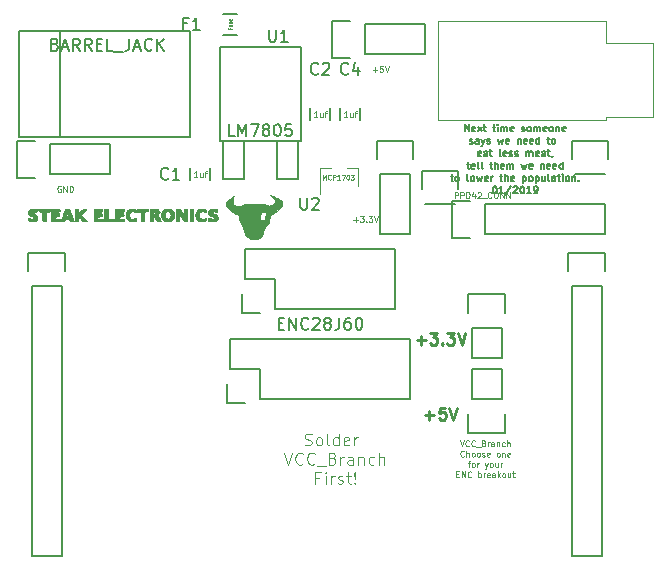
<source format=gbr>
G04 #@! TF.GenerationSoftware,KiCad,Pcbnew,5.0.0-rc2*
G04 #@! TF.CreationDate,2019-01-06T03:01:11-05:00*
G04 #@! TF.ProjectId,msp_shield,6D73705F736869656C642E6B69636164,rev?*
G04 #@! TF.SameCoordinates,Original*
G04 #@! TF.FileFunction,Legend,Top*
G04 #@! TF.FilePolarity,Positive*
%FSLAX46Y46*%
G04 Gerber Fmt 4.6, Leading zero omitted, Abs format (unit mm)*
G04 Created by KiCad (PCBNEW 5.0.0-rc2) date Sun Jan  6 03:01:11 2019*
%MOMM*%
%LPD*%
G01*
G04 APERTURE LIST*
%ADD10C,0.125000*%
%ADD11C,0.250000*%
%ADD12C,0.150000*%
%ADD13C,0.120000*%
%ADD14C,0.010000*%
%ADD15C,0.075000*%
%ADD16C,0.100000*%
G04 APERTURE END LIST*
D10*
X148975238Y-98743690D02*
X149141904Y-99243690D01*
X149308571Y-98743690D01*
X149760952Y-99196071D02*
X149737142Y-99219880D01*
X149665714Y-99243690D01*
X149618095Y-99243690D01*
X149546666Y-99219880D01*
X149499047Y-99172261D01*
X149475238Y-99124642D01*
X149451428Y-99029404D01*
X149451428Y-98957976D01*
X149475238Y-98862738D01*
X149499047Y-98815119D01*
X149546666Y-98767500D01*
X149618095Y-98743690D01*
X149665714Y-98743690D01*
X149737142Y-98767500D01*
X149760952Y-98791309D01*
X150260952Y-99196071D02*
X150237142Y-99219880D01*
X150165714Y-99243690D01*
X150118095Y-99243690D01*
X150046666Y-99219880D01*
X149999047Y-99172261D01*
X149975238Y-99124642D01*
X149951428Y-99029404D01*
X149951428Y-98957976D01*
X149975238Y-98862738D01*
X149999047Y-98815119D01*
X150046666Y-98767500D01*
X150118095Y-98743690D01*
X150165714Y-98743690D01*
X150237142Y-98767500D01*
X150260952Y-98791309D01*
X150356190Y-99291309D02*
X150737142Y-99291309D01*
X151022857Y-98981785D02*
X151094285Y-99005595D01*
X151118095Y-99029404D01*
X151141904Y-99077023D01*
X151141904Y-99148452D01*
X151118095Y-99196071D01*
X151094285Y-99219880D01*
X151046666Y-99243690D01*
X150856190Y-99243690D01*
X150856190Y-98743690D01*
X151022857Y-98743690D01*
X151070476Y-98767500D01*
X151094285Y-98791309D01*
X151118095Y-98838928D01*
X151118095Y-98886547D01*
X151094285Y-98934166D01*
X151070476Y-98957976D01*
X151022857Y-98981785D01*
X150856190Y-98981785D01*
X151356190Y-99243690D02*
X151356190Y-98910357D01*
X151356190Y-99005595D02*
X151379999Y-98957976D01*
X151403809Y-98934166D01*
X151451428Y-98910357D01*
X151499047Y-98910357D01*
X151879999Y-99243690D02*
X151879999Y-98981785D01*
X151856190Y-98934166D01*
X151808571Y-98910357D01*
X151713333Y-98910357D01*
X151665714Y-98934166D01*
X151879999Y-99219880D02*
X151832380Y-99243690D01*
X151713333Y-99243690D01*
X151665714Y-99219880D01*
X151641904Y-99172261D01*
X151641904Y-99124642D01*
X151665714Y-99077023D01*
X151713333Y-99053214D01*
X151832380Y-99053214D01*
X151879999Y-99029404D01*
X152118095Y-98910357D02*
X152118095Y-99243690D01*
X152118095Y-98957976D02*
X152141904Y-98934166D01*
X152189523Y-98910357D01*
X152260952Y-98910357D01*
X152308571Y-98934166D01*
X152332380Y-98981785D01*
X152332380Y-99243690D01*
X152784761Y-99219880D02*
X152737142Y-99243690D01*
X152641904Y-99243690D01*
X152594285Y-99219880D01*
X152570476Y-99196071D01*
X152546666Y-99148452D01*
X152546666Y-99005595D01*
X152570476Y-98957976D01*
X152594285Y-98934166D01*
X152641904Y-98910357D01*
X152737142Y-98910357D01*
X152784761Y-98934166D01*
X152999047Y-99243690D02*
X152999047Y-98743690D01*
X153213333Y-99243690D02*
X153213333Y-98981785D01*
X153189523Y-98934166D01*
X153141904Y-98910357D01*
X153070476Y-98910357D01*
X153022857Y-98934166D01*
X152999047Y-98957976D01*
X149332380Y-100071071D02*
X149308571Y-100094880D01*
X149237142Y-100118690D01*
X149189523Y-100118690D01*
X149118095Y-100094880D01*
X149070476Y-100047261D01*
X149046666Y-99999642D01*
X149022857Y-99904404D01*
X149022857Y-99832976D01*
X149046666Y-99737738D01*
X149070476Y-99690119D01*
X149118095Y-99642500D01*
X149189523Y-99618690D01*
X149237142Y-99618690D01*
X149308571Y-99642500D01*
X149332380Y-99666309D01*
X149546666Y-100118690D02*
X149546666Y-99618690D01*
X149760952Y-100118690D02*
X149760952Y-99856785D01*
X149737142Y-99809166D01*
X149689523Y-99785357D01*
X149618095Y-99785357D01*
X149570476Y-99809166D01*
X149546666Y-99832976D01*
X150070476Y-100118690D02*
X150022857Y-100094880D01*
X149999047Y-100071071D01*
X149975238Y-100023452D01*
X149975238Y-99880595D01*
X149999047Y-99832976D01*
X150022857Y-99809166D01*
X150070476Y-99785357D01*
X150141904Y-99785357D01*
X150189523Y-99809166D01*
X150213333Y-99832976D01*
X150237142Y-99880595D01*
X150237142Y-100023452D01*
X150213333Y-100071071D01*
X150189523Y-100094880D01*
X150141904Y-100118690D01*
X150070476Y-100118690D01*
X150522857Y-100118690D02*
X150475238Y-100094880D01*
X150451428Y-100071071D01*
X150427619Y-100023452D01*
X150427619Y-99880595D01*
X150451428Y-99832976D01*
X150475238Y-99809166D01*
X150522857Y-99785357D01*
X150594285Y-99785357D01*
X150641904Y-99809166D01*
X150665714Y-99832976D01*
X150689523Y-99880595D01*
X150689523Y-100023452D01*
X150665714Y-100071071D01*
X150641904Y-100094880D01*
X150594285Y-100118690D01*
X150522857Y-100118690D01*
X150879999Y-100094880D02*
X150927619Y-100118690D01*
X151022857Y-100118690D01*
X151070476Y-100094880D01*
X151094285Y-100047261D01*
X151094285Y-100023452D01*
X151070476Y-99975833D01*
X151022857Y-99952023D01*
X150951428Y-99952023D01*
X150903809Y-99928214D01*
X150879999Y-99880595D01*
X150879999Y-99856785D01*
X150903809Y-99809166D01*
X150951428Y-99785357D01*
X151022857Y-99785357D01*
X151070476Y-99809166D01*
X151499047Y-100094880D02*
X151451428Y-100118690D01*
X151356190Y-100118690D01*
X151308571Y-100094880D01*
X151284761Y-100047261D01*
X151284761Y-99856785D01*
X151308571Y-99809166D01*
X151356190Y-99785357D01*
X151451428Y-99785357D01*
X151499047Y-99809166D01*
X151522857Y-99856785D01*
X151522857Y-99904404D01*
X151284761Y-99952023D01*
X152189523Y-100118690D02*
X152141904Y-100094880D01*
X152118095Y-100071071D01*
X152094285Y-100023452D01*
X152094285Y-99880595D01*
X152118095Y-99832976D01*
X152141904Y-99809166D01*
X152189523Y-99785357D01*
X152260952Y-99785357D01*
X152308571Y-99809166D01*
X152332380Y-99832976D01*
X152356190Y-99880595D01*
X152356190Y-100023452D01*
X152332380Y-100071071D01*
X152308571Y-100094880D01*
X152260952Y-100118690D01*
X152189523Y-100118690D01*
X152570476Y-99785357D02*
X152570476Y-100118690D01*
X152570476Y-99832976D02*
X152594285Y-99809166D01*
X152641904Y-99785357D01*
X152713333Y-99785357D01*
X152760952Y-99809166D01*
X152784761Y-99856785D01*
X152784761Y-100118690D01*
X153213333Y-100094880D02*
X153165714Y-100118690D01*
X153070476Y-100118690D01*
X153022857Y-100094880D01*
X152999047Y-100047261D01*
X152999047Y-99856785D01*
X153022857Y-99809166D01*
X153070476Y-99785357D01*
X153165714Y-99785357D01*
X153213333Y-99809166D01*
X153237142Y-99856785D01*
X153237142Y-99904404D01*
X152999047Y-99952023D01*
X149665714Y-100660357D02*
X149856190Y-100660357D01*
X149737142Y-100993690D02*
X149737142Y-100565119D01*
X149760952Y-100517500D01*
X149808571Y-100493690D01*
X149856190Y-100493690D01*
X150094285Y-100993690D02*
X150046666Y-100969880D01*
X150022857Y-100946071D01*
X149999047Y-100898452D01*
X149999047Y-100755595D01*
X150022857Y-100707976D01*
X150046666Y-100684166D01*
X150094285Y-100660357D01*
X150165714Y-100660357D01*
X150213333Y-100684166D01*
X150237142Y-100707976D01*
X150260952Y-100755595D01*
X150260952Y-100898452D01*
X150237142Y-100946071D01*
X150213333Y-100969880D01*
X150165714Y-100993690D01*
X150094285Y-100993690D01*
X150475238Y-100993690D02*
X150475238Y-100660357D01*
X150475238Y-100755595D02*
X150499047Y-100707976D01*
X150522857Y-100684166D01*
X150570476Y-100660357D01*
X150618095Y-100660357D01*
X151118095Y-100660357D02*
X151237142Y-100993690D01*
X151356190Y-100660357D02*
X151237142Y-100993690D01*
X151189523Y-101112738D01*
X151165714Y-101136547D01*
X151118095Y-101160357D01*
X151618095Y-100993690D02*
X151570476Y-100969880D01*
X151546666Y-100946071D01*
X151522857Y-100898452D01*
X151522857Y-100755595D01*
X151546666Y-100707976D01*
X151570476Y-100684166D01*
X151618095Y-100660357D01*
X151689523Y-100660357D01*
X151737142Y-100684166D01*
X151760952Y-100707976D01*
X151784761Y-100755595D01*
X151784761Y-100898452D01*
X151760952Y-100946071D01*
X151737142Y-100969880D01*
X151689523Y-100993690D01*
X151618095Y-100993690D01*
X152213333Y-100660357D02*
X152213333Y-100993690D01*
X151999047Y-100660357D02*
X151999047Y-100922261D01*
X152022857Y-100969880D01*
X152070476Y-100993690D01*
X152141904Y-100993690D01*
X152189523Y-100969880D01*
X152213333Y-100946071D01*
X152451428Y-100993690D02*
X152451428Y-100660357D01*
X152451428Y-100755595D02*
X152475238Y-100707976D01*
X152499047Y-100684166D01*
X152546666Y-100660357D01*
X152594285Y-100660357D01*
X148701428Y-101606785D02*
X148868095Y-101606785D01*
X148939523Y-101868690D02*
X148701428Y-101868690D01*
X148701428Y-101368690D01*
X148939523Y-101368690D01*
X149153809Y-101868690D02*
X149153809Y-101368690D01*
X149439523Y-101868690D01*
X149439523Y-101368690D01*
X149963333Y-101821071D02*
X149939523Y-101844880D01*
X149868095Y-101868690D01*
X149820476Y-101868690D01*
X149749047Y-101844880D01*
X149701428Y-101797261D01*
X149677619Y-101749642D01*
X149653809Y-101654404D01*
X149653809Y-101582976D01*
X149677619Y-101487738D01*
X149701428Y-101440119D01*
X149749047Y-101392500D01*
X149820476Y-101368690D01*
X149868095Y-101368690D01*
X149939523Y-101392500D01*
X149963333Y-101416309D01*
X150558571Y-101868690D02*
X150558571Y-101368690D01*
X150558571Y-101559166D02*
X150606190Y-101535357D01*
X150701428Y-101535357D01*
X150749047Y-101559166D01*
X150772857Y-101582976D01*
X150796666Y-101630595D01*
X150796666Y-101773452D01*
X150772857Y-101821071D01*
X150749047Y-101844880D01*
X150701428Y-101868690D01*
X150606190Y-101868690D01*
X150558571Y-101844880D01*
X151010952Y-101868690D02*
X151010952Y-101535357D01*
X151010952Y-101630595D02*
X151034761Y-101582976D01*
X151058571Y-101559166D01*
X151106190Y-101535357D01*
X151153809Y-101535357D01*
X151510952Y-101844880D02*
X151463333Y-101868690D01*
X151368095Y-101868690D01*
X151320476Y-101844880D01*
X151296666Y-101797261D01*
X151296666Y-101606785D01*
X151320476Y-101559166D01*
X151368095Y-101535357D01*
X151463333Y-101535357D01*
X151510952Y-101559166D01*
X151534761Y-101606785D01*
X151534761Y-101654404D01*
X151296666Y-101702023D01*
X151963333Y-101868690D02*
X151963333Y-101606785D01*
X151939523Y-101559166D01*
X151891904Y-101535357D01*
X151796666Y-101535357D01*
X151749047Y-101559166D01*
X151963333Y-101844880D02*
X151915714Y-101868690D01*
X151796666Y-101868690D01*
X151749047Y-101844880D01*
X151725238Y-101797261D01*
X151725238Y-101749642D01*
X151749047Y-101702023D01*
X151796666Y-101678214D01*
X151915714Y-101678214D01*
X151963333Y-101654404D01*
X152201428Y-101868690D02*
X152201428Y-101368690D01*
X152249047Y-101678214D02*
X152391904Y-101868690D01*
X152391904Y-101535357D02*
X152201428Y-101725833D01*
X152677619Y-101868690D02*
X152630000Y-101844880D01*
X152606190Y-101821071D01*
X152582380Y-101773452D01*
X152582380Y-101630595D01*
X152606190Y-101582976D01*
X152630000Y-101559166D01*
X152677619Y-101535357D01*
X152749047Y-101535357D01*
X152796666Y-101559166D01*
X152820476Y-101582976D01*
X152844285Y-101630595D01*
X152844285Y-101773452D01*
X152820476Y-101821071D01*
X152796666Y-101844880D01*
X152749047Y-101868690D01*
X152677619Y-101868690D01*
X153272857Y-101535357D02*
X153272857Y-101868690D01*
X153058571Y-101535357D02*
X153058571Y-101797261D01*
X153082380Y-101844880D01*
X153130000Y-101868690D01*
X153201428Y-101868690D01*
X153249047Y-101844880D01*
X153272857Y-101821071D01*
X153439523Y-101535357D02*
X153630000Y-101535357D01*
X153510952Y-101368690D02*
X153510952Y-101797261D01*
X153534761Y-101844880D01*
X153582380Y-101868690D01*
X153630000Y-101868690D01*
D11*
X145320000Y-90241428D02*
X146081904Y-90241428D01*
X145700952Y-90622380D02*
X145700952Y-89860476D01*
X146462857Y-89622380D02*
X147081904Y-89622380D01*
X146748571Y-90003333D01*
X146891428Y-90003333D01*
X146986666Y-90050952D01*
X147034285Y-90098571D01*
X147081904Y-90193809D01*
X147081904Y-90431904D01*
X147034285Y-90527142D01*
X146986666Y-90574761D01*
X146891428Y-90622380D01*
X146605714Y-90622380D01*
X146510476Y-90574761D01*
X146462857Y-90527142D01*
X147510476Y-90527142D02*
X147558095Y-90574761D01*
X147510476Y-90622380D01*
X147462857Y-90574761D01*
X147510476Y-90527142D01*
X147510476Y-90622380D01*
X147891428Y-89622380D02*
X148510476Y-89622380D01*
X148177142Y-90003333D01*
X148320000Y-90003333D01*
X148415238Y-90050952D01*
X148462857Y-90098571D01*
X148510476Y-90193809D01*
X148510476Y-90431904D01*
X148462857Y-90527142D01*
X148415238Y-90574761D01*
X148320000Y-90622380D01*
X148034285Y-90622380D01*
X147939047Y-90574761D01*
X147891428Y-90527142D01*
X148796190Y-89622380D02*
X149129523Y-90622380D01*
X149462857Y-89622380D01*
X146034285Y-96591428D02*
X146796190Y-96591428D01*
X146415238Y-96972380D02*
X146415238Y-96210476D01*
X147748571Y-95972380D02*
X147272380Y-95972380D01*
X147224761Y-96448571D01*
X147272380Y-96400952D01*
X147367619Y-96353333D01*
X147605714Y-96353333D01*
X147700952Y-96400952D01*
X147748571Y-96448571D01*
X147796190Y-96543809D01*
X147796190Y-96781904D01*
X147748571Y-96877142D01*
X147700952Y-96924761D01*
X147605714Y-96972380D01*
X147367619Y-96972380D01*
X147272380Y-96924761D01*
X147224761Y-96877142D01*
X148081904Y-95972380D02*
X148415238Y-96972380D01*
X148748571Y-95972380D01*
D10*
X135858571Y-99109761D02*
X136001428Y-99157380D01*
X136239523Y-99157380D01*
X136334761Y-99109761D01*
X136382380Y-99062142D01*
X136429999Y-98966904D01*
X136429999Y-98871666D01*
X136382380Y-98776428D01*
X136334761Y-98728809D01*
X136239523Y-98681190D01*
X136049047Y-98633571D01*
X135953809Y-98585952D01*
X135906190Y-98538333D01*
X135858571Y-98443095D01*
X135858571Y-98347857D01*
X135906190Y-98252619D01*
X135953809Y-98205000D01*
X136049047Y-98157380D01*
X136287142Y-98157380D01*
X136429999Y-98205000D01*
X137001428Y-99157380D02*
X136906190Y-99109761D01*
X136858571Y-99062142D01*
X136810952Y-98966904D01*
X136810952Y-98681190D01*
X136858571Y-98585952D01*
X136906190Y-98538333D01*
X137001428Y-98490714D01*
X137144285Y-98490714D01*
X137239523Y-98538333D01*
X137287142Y-98585952D01*
X137334761Y-98681190D01*
X137334761Y-98966904D01*
X137287142Y-99062142D01*
X137239523Y-99109761D01*
X137144285Y-99157380D01*
X137001428Y-99157380D01*
X137906190Y-99157380D02*
X137810952Y-99109761D01*
X137763333Y-99014523D01*
X137763333Y-98157380D01*
X138715714Y-99157380D02*
X138715714Y-98157380D01*
X138715714Y-99109761D02*
X138620476Y-99157380D01*
X138429999Y-99157380D01*
X138334761Y-99109761D01*
X138287142Y-99062142D01*
X138239523Y-98966904D01*
X138239523Y-98681190D01*
X138287142Y-98585952D01*
X138334761Y-98538333D01*
X138429999Y-98490714D01*
X138620476Y-98490714D01*
X138715714Y-98538333D01*
X139572857Y-99109761D02*
X139477619Y-99157380D01*
X139287142Y-99157380D01*
X139191904Y-99109761D01*
X139144285Y-99014523D01*
X139144285Y-98633571D01*
X139191904Y-98538333D01*
X139287142Y-98490714D01*
X139477619Y-98490714D01*
X139572857Y-98538333D01*
X139620476Y-98633571D01*
X139620476Y-98728809D01*
X139144285Y-98824047D01*
X140049047Y-99157380D02*
X140049047Y-98490714D01*
X140049047Y-98681190D02*
X140096666Y-98585952D01*
X140144285Y-98538333D01*
X140239523Y-98490714D01*
X140334761Y-98490714D01*
X134120476Y-99782380D02*
X134453809Y-100782380D01*
X134787142Y-99782380D01*
X135691904Y-100687142D02*
X135644285Y-100734761D01*
X135501428Y-100782380D01*
X135406190Y-100782380D01*
X135263333Y-100734761D01*
X135168095Y-100639523D01*
X135120476Y-100544285D01*
X135072857Y-100353809D01*
X135072857Y-100210952D01*
X135120476Y-100020476D01*
X135168095Y-99925238D01*
X135263333Y-99830000D01*
X135406190Y-99782380D01*
X135501428Y-99782380D01*
X135644285Y-99830000D01*
X135691904Y-99877619D01*
X136691904Y-100687142D02*
X136644285Y-100734761D01*
X136501428Y-100782380D01*
X136406190Y-100782380D01*
X136263333Y-100734761D01*
X136168095Y-100639523D01*
X136120476Y-100544285D01*
X136072857Y-100353809D01*
X136072857Y-100210952D01*
X136120476Y-100020476D01*
X136168095Y-99925238D01*
X136263333Y-99830000D01*
X136406190Y-99782380D01*
X136501428Y-99782380D01*
X136644285Y-99830000D01*
X136691904Y-99877619D01*
X136882380Y-100877619D02*
X137644285Y-100877619D01*
X138215714Y-100258571D02*
X138358571Y-100306190D01*
X138406190Y-100353809D01*
X138453809Y-100449047D01*
X138453809Y-100591904D01*
X138406190Y-100687142D01*
X138358571Y-100734761D01*
X138263333Y-100782380D01*
X137882380Y-100782380D01*
X137882380Y-99782380D01*
X138215714Y-99782380D01*
X138310952Y-99830000D01*
X138358571Y-99877619D01*
X138406190Y-99972857D01*
X138406190Y-100068095D01*
X138358571Y-100163333D01*
X138310952Y-100210952D01*
X138215714Y-100258571D01*
X137882380Y-100258571D01*
X138882380Y-100782380D02*
X138882380Y-100115714D01*
X138882380Y-100306190D02*
X138929999Y-100210952D01*
X138977619Y-100163333D01*
X139072857Y-100115714D01*
X139168095Y-100115714D01*
X139929999Y-100782380D02*
X139929999Y-100258571D01*
X139882380Y-100163333D01*
X139787142Y-100115714D01*
X139596666Y-100115714D01*
X139501428Y-100163333D01*
X139929999Y-100734761D02*
X139834761Y-100782380D01*
X139596666Y-100782380D01*
X139501428Y-100734761D01*
X139453809Y-100639523D01*
X139453809Y-100544285D01*
X139501428Y-100449047D01*
X139596666Y-100401428D01*
X139834761Y-100401428D01*
X139929999Y-100353809D01*
X140406190Y-100115714D02*
X140406190Y-100782380D01*
X140406190Y-100210952D02*
X140453809Y-100163333D01*
X140549047Y-100115714D01*
X140691904Y-100115714D01*
X140787142Y-100163333D01*
X140834761Y-100258571D01*
X140834761Y-100782380D01*
X141739523Y-100734761D02*
X141644285Y-100782380D01*
X141453809Y-100782380D01*
X141358571Y-100734761D01*
X141310952Y-100687142D01*
X141263333Y-100591904D01*
X141263333Y-100306190D01*
X141310952Y-100210952D01*
X141358571Y-100163333D01*
X141453809Y-100115714D01*
X141644285Y-100115714D01*
X141739523Y-100163333D01*
X142168095Y-100782380D02*
X142168095Y-99782380D01*
X142596666Y-100782380D02*
X142596666Y-100258571D01*
X142549047Y-100163333D01*
X142453809Y-100115714D01*
X142310952Y-100115714D01*
X142215714Y-100163333D01*
X142168095Y-100210952D01*
X137096666Y-101883571D02*
X136763333Y-101883571D01*
X136763333Y-102407380D02*
X136763333Y-101407380D01*
X137239523Y-101407380D01*
X137620476Y-102407380D02*
X137620476Y-101740714D01*
X137620476Y-101407380D02*
X137572857Y-101455000D01*
X137620476Y-101502619D01*
X137668095Y-101455000D01*
X137620476Y-101407380D01*
X137620476Y-101502619D01*
X138096666Y-102407380D02*
X138096666Y-101740714D01*
X138096666Y-101931190D02*
X138144285Y-101835952D01*
X138191904Y-101788333D01*
X138287142Y-101740714D01*
X138382380Y-101740714D01*
X138668095Y-102359761D02*
X138763333Y-102407380D01*
X138953809Y-102407380D01*
X139049047Y-102359761D01*
X139096666Y-102264523D01*
X139096666Y-102216904D01*
X139049047Y-102121666D01*
X138953809Y-102074047D01*
X138810952Y-102074047D01*
X138715714Y-102026428D01*
X138668095Y-101931190D01*
X138668095Y-101883571D01*
X138715714Y-101788333D01*
X138810952Y-101740714D01*
X138953809Y-101740714D01*
X139049047Y-101788333D01*
X139382380Y-101740714D02*
X139763333Y-101740714D01*
X139525238Y-101407380D02*
X139525238Y-102264523D01*
X139572857Y-102359761D01*
X139668095Y-102407380D01*
X139763333Y-102407380D01*
X140096666Y-102312142D02*
X140144285Y-102359761D01*
X140096666Y-102407380D01*
X140049047Y-102359761D01*
X140096666Y-102312142D01*
X140096666Y-102407380D01*
X140096666Y-102026428D02*
X140049047Y-101455000D01*
X140096666Y-101407380D01*
X140144285Y-101455000D01*
X140096666Y-102026428D01*
X140096666Y-101407380D01*
D12*
X149427142Y-72576428D02*
X149427142Y-71976428D01*
X149769999Y-72576428D01*
X149769999Y-71976428D01*
X150284285Y-72547857D02*
X150227142Y-72576428D01*
X150112857Y-72576428D01*
X150055714Y-72547857D01*
X150027142Y-72490714D01*
X150027142Y-72262142D01*
X150055714Y-72205000D01*
X150112857Y-72176428D01*
X150227142Y-72176428D01*
X150284285Y-72205000D01*
X150312857Y-72262142D01*
X150312857Y-72319285D01*
X150027142Y-72376428D01*
X150512857Y-72576428D02*
X150827142Y-72176428D01*
X150512857Y-72176428D02*
X150827142Y-72576428D01*
X150969999Y-72176428D02*
X151198571Y-72176428D01*
X151055714Y-71976428D02*
X151055714Y-72490714D01*
X151084285Y-72547857D01*
X151141428Y-72576428D01*
X151198571Y-72576428D01*
X151769999Y-72176428D02*
X151998571Y-72176428D01*
X151855714Y-71976428D02*
X151855714Y-72490714D01*
X151884285Y-72547857D01*
X151941428Y-72576428D01*
X151998571Y-72576428D01*
X152198571Y-72576428D02*
X152198571Y-72176428D01*
X152198571Y-71976428D02*
X152169999Y-72005000D01*
X152198571Y-72033571D01*
X152227142Y-72005000D01*
X152198571Y-71976428D01*
X152198571Y-72033571D01*
X152484285Y-72576428D02*
X152484285Y-72176428D01*
X152484285Y-72233571D02*
X152512857Y-72205000D01*
X152569999Y-72176428D01*
X152655714Y-72176428D01*
X152712857Y-72205000D01*
X152741428Y-72262142D01*
X152741428Y-72576428D01*
X152741428Y-72262142D02*
X152769999Y-72205000D01*
X152827142Y-72176428D01*
X152912857Y-72176428D01*
X152969999Y-72205000D01*
X152998571Y-72262142D01*
X152998571Y-72576428D01*
X153512857Y-72547857D02*
X153455714Y-72576428D01*
X153341428Y-72576428D01*
X153284285Y-72547857D01*
X153255714Y-72490714D01*
X153255714Y-72262142D01*
X153284285Y-72205000D01*
X153341428Y-72176428D01*
X153455714Y-72176428D01*
X153512857Y-72205000D01*
X153541428Y-72262142D01*
X153541428Y-72319285D01*
X153255714Y-72376428D01*
X154227142Y-72547857D02*
X154284285Y-72576428D01*
X154398571Y-72576428D01*
X154455714Y-72547857D01*
X154484285Y-72490714D01*
X154484285Y-72462142D01*
X154455714Y-72405000D01*
X154398571Y-72376428D01*
X154312857Y-72376428D01*
X154255714Y-72347857D01*
X154227142Y-72290714D01*
X154227142Y-72262142D01*
X154255714Y-72205000D01*
X154312857Y-72176428D01*
X154398571Y-72176428D01*
X154455714Y-72205000D01*
X154827142Y-72576428D02*
X154769999Y-72547857D01*
X154741428Y-72519285D01*
X154712857Y-72462142D01*
X154712857Y-72290714D01*
X154741428Y-72233571D01*
X154769999Y-72205000D01*
X154827142Y-72176428D01*
X154912857Y-72176428D01*
X154969999Y-72205000D01*
X154998571Y-72233571D01*
X155027142Y-72290714D01*
X155027142Y-72462142D01*
X154998571Y-72519285D01*
X154969999Y-72547857D01*
X154912857Y-72576428D01*
X154827142Y-72576428D01*
X155284285Y-72576428D02*
X155284285Y-72176428D01*
X155284285Y-72233571D02*
X155312857Y-72205000D01*
X155369999Y-72176428D01*
X155455714Y-72176428D01*
X155512857Y-72205000D01*
X155541428Y-72262142D01*
X155541428Y-72576428D01*
X155541428Y-72262142D02*
X155569999Y-72205000D01*
X155627142Y-72176428D01*
X155712857Y-72176428D01*
X155769999Y-72205000D01*
X155798571Y-72262142D01*
X155798571Y-72576428D01*
X156312857Y-72547857D02*
X156255714Y-72576428D01*
X156141428Y-72576428D01*
X156084285Y-72547857D01*
X156055714Y-72490714D01*
X156055714Y-72262142D01*
X156084285Y-72205000D01*
X156141428Y-72176428D01*
X156255714Y-72176428D01*
X156312857Y-72205000D01*
X156341428Y-72262142D01*
X156341428Y-72319285D01*
X156055714Y-72376428D01*
X156684285Y-72576428D02*
X156627142Y-72547857D01*
X156598571Y-72519285D01*
X156569999Y-72462142D01*
X156569999Y-72290714D01*
X156598571Y-72233571D01*
X156627142Y-72205000D01*
X156684285Y-72176428D01*
X156769999Y-72176428D01*
X156827142Y-72205000D01*
X156855714Y-72233571D01*
X156884285Y-72290714D01*
X156884285Y-72462142D01*
X156855714Y-72519285D01*
X156827142Y-72547857D01*
X156769999Y-72576428D01*
X156684285Y-72576428D01*
X157141428Y-72176428D02*
X157141428Y-72576428D01*
X157141428Y-72233571D02*
X157169999Y-72205000D01*
X157227142Y-72176428D01*
X157312857Y-72176428D01*
X157369999Y-72205000D01*
X157398571Y-72262142D01*
X157398571Y-72576428D01*
X157912857Y-72547857D02*
X157855714Y-72576428D01*
X157741428Y-72576428D01*
X157684285Y-72547857D01*
X157655714Y-72490714D01*
X157655714Y-72262142D01*
X157684285Y-72205000D01*
X157741428Y-72176428D01*
X157855714Y-72176428D01*
X157912857Y-72205000D01*
X157941428Y-72262142D01*
X157941428Y-72319285D01*
X157655714Y-72376428D01*
X149812857Y-73597857D02*
X149870000Y-73626428D01*
X149984285Y-73626428D01*
X150041428Y-73597857D01*
X150070000Y-73540714D01*
X150070000Y-73512142D01*
X150041428Y-73455000D01*
X149984285Y-73426428D01*
X149898571Y-73426428D01*
X149841428Y-73397857D01*
X149812857Y-73340714D01*
X149812857Y-73312142D01*
X149841428Y-73255000D01*
X149898571Y-73226428D01*
X149984285Y-73226428D01*
X150041428Y-73255000D01*
X150584285Y-73626428D02*
X150584285Y-73312142D01*
X150555714Y-73255000D01*
X150498571Y-73226428D01*
X150384285Y-73226428D01*
X150327142Y-73255000D01*
X150584285Y-73597857D02*
X150527142Y-73626428D01*
X150384285Y-73626428D01*
X150327142Y-73597857D01*
X150298571Y-73540714D01*
X150298571Y-73483571D01*
X150327142Y-73426428D01*
X150384285Y-73397857D01*
X150527142Y-73397857D01*
X150584285Y-73369285D01*
X150812857Y-73226428D02*
X150955714Y-73626428D01*
X151098571Y-73226428D02*
X150955714Y-73626428D01*
X150898571Y-73769285D01*
X150870000Y-73797857D01*
X150812857Y-73826428D01*
X151298571Y-73597857D02*
X151355714Y-73626428D01*
X151470000Y-73626428D01*
X151527142Y-73597857D01*
X151555714Y-73540714D01*
X151555714Y-73512142D01*
X151527142Y-73455000D01*
X151470000Y-73426428D01*
X151384285Y-73426428D01*
X151327142Y-73397857D01*
X151298571Y-73340714D01*
X151298571Y-73312142D01*
X151327142Y-73255000D01*
X151384285Y-73226428D01*
X151470000Y-73226428D01*
X151527142Y-73255000D01*
X152212857Y-73226428D02*
X152327142Y-73626428D01*
X152441428Y-73340714D01*
X152555714Y-73626428D01*
X152670000Y-73226428D01*
X153127142Y-73597857D02*
X153070000Y-73626428D01*
X152955714Y-73626428D01*
X152898571Y-73597857D01*
X152870000Y-73540714D01*
X152870000Y-73312142D01*
X152898571Y-73255000D01*
X152955714Y-73226428D01*
X153070000Y-73226428D01*
X153127142Y-73255000D01*
X153155714Y-73312142D01*
X153155714Y-73369285D01*
X152870000Y-73426428D01*
X153870000Y-73226428D02*
X153870000Y-73626428D01*
X153870000Y-73283571D02*
X153898571Y-73255000D01*
X153955714Y-73226428D01*
X154041428Y-73226428D01*
X154098571Y-73255000D01*
X154127142Y-73312142D01*
X154127142Y-73626428D01*
X154641428Y-73597857D02*
X154584285Y-73626428D01*
X154470000Y-73626428D01*
X154412857Y-73597857D01*
X154384285Y-73540714D01*
X154384285Y-73312142D01*
X154412857Y-73255000D01*
X154470000Y-73226428D01*
X154584285Y-73226428D01*
X154641428Y-73255000D01*
X154670000Y-73312142D01*
X154670000Y-73369285D01*
X154384285Y-73426428D01*
X155155714Y-73597857D02*
X155098571Y-73626428D01*
X154984285Y-73626428D01*
X154927142Y-73597857D01*
X154898571Y-73540714D01*
X154898571Y-73312142D01*
X154927142Y-73255000D01*
X154984285Y-73226428D01*
X155098571Y-73226428D01*
X155155714Y-73255000D01*
X155184285Y-73312142D01*
X155184285Y-73369285D01*
X154898571Y-73426428D01*
X155698571Y-73626428D02*
X155698571Y-73026428D01*
X155698571Y-73597857D02*
X155641428Y-73626428D01*
X155527142Y-73626428D01*
X155470000Y-73597857D01*
X155441428Y-73569285D01*
X155412857Y-73512142D01*
X155412857Y-73340714D01*
X155441428Y-73283571D01*
X155470000Y-73255000D01*
X155527142Y-73226428D01*
X155641428Y-73226428D01*
X155698571Y-73255000D01*
X156355714Y-73226428D02*
X156584285Y-73226428D01*
X156441428Y-73026428D02*
X156441428Y-73540714D01*
X156470000Y-73597857D01*
X156527142Y-73626428D01*
X156584285Y-73626428D01*
X156870000Y-73626428D02*
X156812857Y-73597857D01*
X156784285Y-73569285D01*
X156755714Y-73512142D01*
X156755714Y-73340714D01*
X156784285Y-73283571D01*
X156812857Y-73255000D01*
X156870000Y-73226428D01*
X156955714Y-73226428D01*
X157012857Y-73255000D01*
X157041428Y-73283571D01*
X157070000Y-73340714D01*
X157070000Y-73512142D01*
X157041428Y-73569285D01*
X157012857Y-73597857D01*
X156955714Y-73626428D01*
X156870000Y-73626428D01*
X150741428Y-74647857D02*
X150684285Y-74676428D01*
X150570000Y-74676428D01*
X150512857Y-74647857D01*
X150484285Y-74590714D01*
X150484285Y-74362142D01*
X150512857Y-74305000D01*
X150570000Y-74276428D01*
X150684285Y-74276428D01*
X150741428Y-74305000D01*
X150770000Y-74362142D01*
X150770000Y-74419285D01*
X150484285Y-74476428D01*
X151284285Y-74676428D02*
X151284285Y-74362142D01*
X151255714Y-74305000D01*
X151198571Y-74276428D01*
X151084285Y-74276428D01*
X151027142Y-74305000D01*
X151284285Y-74647857D02*
X151227142Y-74676428D01*
X151084285Y-74676428D01*
X151027142Y-74647857D01*
X150998571Y-74590714D01*
X150998571Y-74533571D01*
X151027142Y-74476428D01*
X151084285Y-74447857D01*
X151227142Y-74447857D01*
X151284285Y-74419285D01*
X151484285Y-74276428D02*
X151712857Y-74276428D01*
X151570000Y-74076428D02*
X151570000Y-74590714D01*
X151598571Y-74647857D01*
X151655714Y-74676428D01*
X151712857Y-74676428D01*
X152455714Y-74676428D02*
X152398571Y-74647857D01*
X152369999Y-74590714D01*
X152369999Y-74076428D01*
X152912857Y-74647857D02*
X152855714Y-74676428D01*
X152741428Y-74676428D01*
X152684285Y-74647857D01*
X152655714Y-74590714D01*
X152655714Y-74362142D01*
X152684285Y-74305000D01*
X152741428Y-74276428D01*
X152855714Y-74276428D01*
X152912857Y-74305000D01*
X152941428Y-74362142D01*
X152941428Y-74419285D01*
X152655714Y-74476428D01*
X153169999Y-74647857D02*
X153227142Y-74676428D01*
X153341428Y-74676428D01*
X153398571Y-74647857D01*
X153427142Y-74590714D01*
X153427142Y-74562142D01*
X153398571Y-74505000D01*
X153341428Y-74476428D01*
X153255714Y-74476428D01*
X153198571Y-74447857D01*
X153169999Y-74390714D01*
X153169999Y-74362142D01*
X153198571Y-74305000D01*
X153255714Y-74276428D01*
X153341428Y-74276428D01*
X153398571Y-74305000D01*
X153655714Y-74647857D02*
X153712857Y-74676428D01*
X153827142Y-74676428D01*
X153884285Y-74647857D01*
X153912857Y-74590714D01*
X153912857Y-74562142D01*
X153884285Y-74505000D01*
X153827142Y-74476428D01*
X153741428Y-74476428D01*
X153684285Y-74447857D01*
X153655714Y-74390714D01*
X153655714Y-74362142D01*
X153684285Y-74305000D01*
X153741428Y-74276428D01*
X153827142Y-74276428D01*
X153884285Y-74305000D01*
X154627142Y-74676428D02*
X154627142Y-74276428D01*
X154627142Y-74333571D02*
X154655714Y-74305000D01*
X154712857Y-74276428D01*
X154798571Y-74276428D01*
X154855714Y-74305000D01*
X154884285Y-74362142D01*
X154884285Y-74676428D01*
X154884285Y-74362142D02*
X154912857Y-74305000D01*
X154970000Y-74276428D01*
X155055714Y-74276428D01*
X155112857Y-74305000D01*
X155141428Y-74362142D01*
X155141428Y-74676428D01*
X155655714Y-74647857D02*
X155598571Y-74676428D01*
X155484285Y-74676428D01*
X155427142Y-74647857D01*
X155398571Y-74590714D01*
X155398571Y-74362142D01*
X155427142Y-74305000D01*
X155484285Y-74276428D01*
X155598571Y-74276428D01*
X155655714Y-74305000D01*
X155684285Y-74362142D01*
X155684285Y-74419285D01*
X155398571Y-74476428D01*
X156198571Y-74676428D02*
X156198571Y-74362142D01*
X156170000Y-74305000D01*
X156112857Y-74276428D01*
X155998571Y-74276428D01*
X155941428Y-74305000D01*
X156198571Y-74647857D02*
X156141428Y-74676428D01*
X155998571Y-74676428D01*
X155941428Y-74647857D01*
X155912857Y-74590714D01*
X155912857Y-74533571D01*
X155941428Y-74476428D01*
X155998571Y-74447857D01*
X156141428Y-74447857D01*
X156198571Y-74419285D01*
X156398571Y-74276428D02*
X156627142Y-74276428D01*
X156484285Y-74076428D02*
X156484285Y-74590714D01*
X156512857Y-74647857D01*
X156569999Y-74676428D01*
X156627142Y-74676428D01*
X156855714Y-74647857D02*
X156855714Y-74676428D01*
X156827142Y-74733571D01*
X156798571Y-74762142D01*
X149569999Y-75326428D02*
X149798571Y-75326428D01*
X149655714Y-75126428D02*
X149655714Y-75640714D01*
X149684285Y-75697857D01*
X149741428Y-75726428D01*
X149798571Y-75726428D01*
X150227142Y-75697857D02*
X150169999Y-75726428D01*
X150055714Y-75726428D01*
X149998571Y-75697857D01*
X149969999Y-75640714D01*
X149969999Y-75412142D01*
X149998571Y-75355000D01*
X150055714Y-75326428D01*
X150169999Y-75326428D01*
X150227142Y-75355000D01*
X150255714Y-75412142D01*
X150255714Y-75469285D01*
X149969999Y-75526428D01*
X150598571Y-75726428D02*
X150541428Y-75697857D01*
X150512857Y-75640714D01*
X150512857Y-75126428D01*
X150912857Y-75726428D02*
X150855714Y-75697857D01*
X150827142Y-75640714D01*
X150827142Y-75126428D01*
X151512857Y-75326428D02*
X151741428Y-75326428D01*
X151598571Y-75126428D02*
X151598571Y-75640714D01*
X151627142Y-75697857D01*
X151684285Y-75726428D01*
X151741428Y-75726428D01*
X151941428Y-75726428D02*
X151941428Y-75126428D01*
X152198571Y-75726428D02*
X152198571Y-75412142D01*
X152169999Y-75355000D01*
X152112857Y-75326428D01*
X152027142Y-75326428D01*
X151969999Y-75355000D01*
X151941428Y-75383571D01*
X152712857Y-75697857D02*
X152655714Y-75726428D01*
X152541428Y-75726428D01*
X152484285Y-75697857D01*
X152455714Y-75640714D01*
X152455714Y-75412142D01*
X152484285Y-75355000D01*
X152541428Y-75326428D01*
X152655714Y-75326428D01*
X152712857Y-75355000D01*
X152741428Y-75412142D01*
X152741428Y-75469285D01*
X152455714Y-75526428D01*
X152998571Y-75726428D02*
X152998571Y-75326428D01*
X152998571Y-75383571D02*
X153027142Y-75355000D01*
X153084285Y-75326428D01*
X153169999Y-75326428D01*
X153227142Y-75355000D01*
X153255714Y-75412142D01*
X153255714Y-75726428D01*
X153255714Y-75412142D02*
X153284285Y-75355000D01*
X153341428Y-75326428D01*
X153427142Y-75326428D01*
X153484285Y-75355000D01*
X153512857Y-75412142D01*
X153512857Y-75726428D01*
X154198571Y-75326428D02*
X154312857Y-75726428D01*
X154427142Y-75440714D01*
X154541428Y-75726428D01*
X154655714Y-75326428D01*
X155112857Y-75697857D02*
X155055714Y-75726428D01*
X154941428Y-75726428D01*
X154884285Y-75697857D01*
X154855714Y-75640714D01*
X154855714Y-75412142D01*
X154884285Y-75355000D01*
X154941428Y-75326428D01*
X155055714Y-75326428D01*
X155112857Y-75355000D01*
X155141428Y-75412142D01*
X155141428Y-75469285D01*
X154855714Y-75526428D01*
X155855714Y-75326428D02*
X155855714Y-75726428D01*
X155855714Y-75383571D02*
X155884285Y-75355000D01*
X155941428Y-75326428D01*
X156027142Y-75326428D01*
X156084285Y-75355000D01*
X156112857Y-75412142D01*
X156112857Y-75726428D01*
X156627142Y-75697857D02*
X156569999Y-75726428D01*
X156455714Y-75726428D01*
X156398571Y-75697857D01*
X156369999Y-75640714D01*
X156369999Y-75412142D01*
X156398571Y-75355000D01*
X156455714Y-75326428D01*
X156569999Y-75326428D01*
X156627142Y-75355000D01*
X156655714Y-75412142D01*
X156655714Y-75469285D01*
X156369999Y-75526428D01*
X157141428Y-75697857D02*
X157084285Y-75726428D01*
X156969999Y-75726428D01*
X156912857Y-75697857D01*
X156884285Y-75640714D01*
X156884285Y-75412142D01*
X156912857Y-75355000D01*
X156969999Y-75326428D01*
X157084285Y-75326428D01*
X157141428Y-75355000D01*
X157169999Y-75412142D01*
X157169999Y-75469285D01*
X156884285Y-75526428D01*
X157684285Y-75726428D02*
X157684285Y-75126428D01*
X157684285Y-75697857D02*
X157627142Y-75726428D01*
X157512857Y-75726428D01*
X157455714Y-75697857D01*
X157427142Y-75669285D01*
X157398571Y-75612142D01*
X157398571Y-75440714D01*
X157427142Y-75383571D01*
X157455714Y-75355000D01*
X157512857Y-75326428D01*
X157627142Y-75326428D01*
X157684285Y-75355000D01*
X148198571Y-76376428D02*
X148427142Y-76376428D01*
X148284285Y-76176428D02*
X148284285Y-76690714D01*
X148312857Y-76747857D01*
X148369999Y-76776428D01*
X148427142Y-76776428D01*
X148712857Y-76776428D02*
X148655714Y-76747857D01*
X148627142Y-76719285D01*
X148598571Y-76662142D01*
X148598571Y-76490714D01*
X148627142Y-76433571D01*
X148655714Y-76405000D01*
X148712857Y-76376428D01*
X148798571Y-76376428D01*
X148855714Y-76405000D01*
X148884285Y-76433571D01*
X148912857Y-76490714D01*
X148912857Y-76662142D01*
X148884285Y-76719285D01*
X148855714Y-76747857D01*
X148798571Y-76776428D01*
X148712857Y-76776428D01*
X149712857Y-76776428D02*
X149655714Y-76747857D01*
X149627142Y-76690714D01*
X149627142Y-76176428D01*
X150027142Y-76776428D02*
X149969999Y-76747857D01*
X149941428Y-76719285D01*
X149912857Y-76662142D01*
X149912857Y-76490714D01*
X149941428Y-76433571D01*
X149969999Y-76405000D01*
X150027142Y-76376428D01*
X150112857Y-76376428D01*
X150169999Y-76405000D01*
X150198571Y-76433571D01*
X150227142Y-76490714D01*
X150227142Y-76662142D01*
X150198571Y-76719285D01*
X150169999Y-76747857D01*
X150112857Y-76776428D01*
X150027142Y-76776428D01*
X150427142Y-76376428D02*
X150541428Y-76776428D01*
X150655714Y-76490714D01*
X150769999Y-76776428D01*
X150884285Y-76376428D01*
X151341428Y-76747857D02*
X151284285Y-76776428D01*
X151169999Y-76776428D01*
X151112857Y-76747857D01*
X151084285Y-76690714D01*
X151084285Y-76462142D01*
X151112857Y-76405000D01*
X151169999Y-76376428D01*
X151284285Y-76376428D01*
X151341428Y-76405000D01*
X151369999Y-76462142D01*
X151369999Y-76519285D01*
X151084285Y-76576428D01*
X151627142Y-76776428D02*
X151627142Y-76376428D01*
X151627142Y-76490714D02*
X151655714Y-76433571D01*
X151684285Y-76405000D01*
X151741428Y-76376428D01*
X151798571Y-76376428D01*
X152369999Y-76376428D02*
X152598571Y-76376428D01*
X152455714Y-76176428D02*
X152455714Y-76690714D01*
X152484285Y-76747857D01*
X152541428Y-76776428D01*
X152598571Y-76776428D01*
X152798571Y-76776428D02*
X152798571Y-76176428D01*
X153055714Y-76776428D02*
X153055714Y-76462142D01*
X153027142Y-76405000D01*
X152969999Y-76376428D01*
X152884285Y-76376428D01*
X152827142Y-76405000D01*
X152798571Y-76433571D01*
X153569999Y-76747857D02*
X153512857Y-76776428D01*
X153398571Y-76776428D01*
X153341428Y-76747857D01*
X153312857Y-76690714D01*
X153312857Y-76462142D01*
X153341428Y-76405000D01*
X153398571Y-76376428D01*
X153512857Y-76376428D01*
X153569999Y-76405000D01*
X153598571Y-76462142D01*
X153598571Y-76519285D01*
X153312857Y-76576428D01*
X154312857Y-76376428D02*
X154312857Y-76976428D01*
X154312857Y-76405000D02*
X154369999Y-76376428D01*
X154484285Y-76376428D01*
X154541428Y-76405000D01*
X154569999Y-76433571D01*
X154598571Y-76490714D01*
X154598571Y-76662142D01*
X154569999Y-76719285D01*
X154541428Y-76747857D01*
X154484285Y-76776428D01*
X154369999Y-76776428D01*
X154312857Y-76747857D01*
X154941428Y-76776428D02*
X154884285Y-76747857D01*
X154855714Y-76719285D01*
X154827142Y-76662142D01*
X154827142Y-76490714D01*
X154855714Y-76433571D01*
X154884285Y-76405000D01*
X154941428Y-76376428D01*
X155027142Y-76376428D01*
X155084285Y-76405000D01*
X155112857Y-76433571D01*
X155141428Y-76490714D01*
X155141428Y-76662142D01*
X155112857Y-76719285D01*
X155084285Y-76747857D01*
X155027142Y-76776428D01*
X154941428Y-76776428D01*
X155398571Y-76376428D02*
X155398571Y-76976428D01*
X155398571Y-76405000D02*
X155455714Y-76376428D01*
X155569999Y-76376428D01*
X155627142Y-76405000D01*
X155655714Y-76433571D01*
X155684285Y-76490714D01*
X155684285Y-76662142D01*
X155655714Y-76719285D01*
X155627142Y-76747857D01*
X155569999Y-76776428D01*
X155455714Y-76776428D01*
X155398571Y-76747857D01*
X156198571Y-76376428D02*
X156198571Y-76776428D01*
X155941428Y-76376428D02*
X155941428Y-76690714D01*
X155969999Y-76747857D01*
X156027142Y-76776428D01*
X156112857Y-76776428D01*
X156169999Y-76747857D01*
X156198571Y-76719285D01*
X156569999Y-76776428D02*
X156512857Y-76747857D01*
X156484285Y-76690714D01*
X156484285Y-76176428D01*
X157055714Y-76776428D02*
X157055714Y-76462142D01*
X157027142Y-76405000D01*
X156969999Y-76376428D01*
X156855714Y-76376428D01*
X156798571Y-76405000D01*
X157055714Y-76747857D02*
X156998571Y-76776428D01*
X156855714Y-76776428D01*
X156798571Y-76747857D01*
X156769999Y-76690714D01*
X156769999Y-76633571D01*
X156798571Y-76576428D01*
X156855714Y-76547857D01*
X156998571Y-76547857D01*
X157055714Y-76519285D01*
X157255714Y-76376428D02*
X157484285Y-76376428D01*
X157341428Y-76176428D02*
X157341428Y-76690714D01*
X157369999Y-76747857D01*
X157427142Y-76776428D01*
X157484285Y-76776428D01*
X157684285Y-76776428D02*
X157684285Y-76376428D01*
X157684285Y-76176428D02*
X157655714Y-76205000D01*
X157684285Y-76233571D01*
X157712857Y-76205000D01*
X157684285Y-76176428D01*
X157684285Y-76233571D01*
X158055714Y-76776428D02*
X157998571Y-76747857D01*
X157969999Y-76719285D01*
X157941428Y-76662142D01*
X157941428Y-76490714D01*
X157969999Y-76433571D01*
X157998571Y-76405000D01*
X158055714Y-76376428D01*
X158141428Y-76376428D01*
X158198571Y-76405000D01*
X158227142Y-76433571D01*
X158255714Y-76490714D01*
X158255714Y-76662142D01*
X158227142Y-76719285D01*
X158198571Y-76747857D01*
X158141428Y-76776428D01*
X158055714Y-76776428D01*
X158512857Y-76376428D02*
X158512857Y-76776428D01*
X158512857Y-76433571D02*
X158541428Y-76405000D01*
X158598571Y-76376428D01*
X158684285Y-76376428D01*
X158741428Y-76405000D01*
X158769999Y-76462142D01*
X158769999Y-76776428D01*
X159055714Y-76719285D02*
X159084285Y-76747857D01*
X159055714Y-76776428D01*
X159027142Y-76747857D01*
X159055714Y-76719285D01*
X159055714Y-76776428D01*
X151898571Y-77226428D02*
X151955714Y-77226428D01*
X152012857Y-77255000D01*
X152041428Y-77283571D01*
X152069999Y-77340714D01*
X152098571Y-77455000D01*
X152098571Y-77597857D01*
X152069999Y-77712142D01*
X152041428Y-77769285D01*
X152012857Y-77797857D01*
X151955714Y-77826428D01*
X151898571Y-77826428D01*
X151841428Y-77797857D01*
X151812857Y-77769285D01*
X151784285Y-77712142D01*
X151755714Y-77597857D01*
X151755714Y-77455000D01*
X151784285Y-77340714D01*
X151812857Y-77283571D01*
X151841428Y-77255000D01*
X151898571Y-77226428D01*
X152669999Y-77826428D02*
X152327142Y-77826428D01*
X152498571Y-77826428D02*
X152498571Y-77226428D01*
X152441428Y-77312142D01*
X152384285Y-77369285D01*
X152327142Y-77397857D01*
X153355714Y-77197857D02*
X152841428Y-77969285D01*
X153527142Y-77283571D02*
X153555714Y-77255000D01*
X153612857Y-77226428D01*
X153755714Y-77226428D01*
X153812857Y-77255000D01*
X153841428Y-77283571D01*
X153869999Y-77340714D01*
X153869999Y-77397857D01*
X153841428Y-77483571D01*
X153498571Y-77826428D01*
X153869999Y-77826428D01*
X154241428Y-77226428D02*
X154298571Y-77226428D01*
X154355714Y-77255000D01*
X154384285Y-77283571D01*
X154412857Y-77340714D01*
X154441428Y-77455000D01*
X154441428Y-77597857D01*
X154412857Y-77712142D01*
X154384285Y-77769285D01*
X154355714Y-77797857D01*
X154298571Y-77826428D01*
X154241428Y-77826428D01*
X154184285Y-77797857D01*
X154155714Y-77769285D01*
X154127142Y-77712142D01*
X154098571Y-77597857D01*
X154098571Y-77455000D01*
X154127142Y-77340714D01*
X154155714Y-77283571D01*
X154184285Y-77255000D01*
X154241428Y-77226428D01*
X155012857Y-77826428D02*
X154669999Y-77826428D01*
X154841428Y-77826428D02*
X154841428Y-77226428D01*
X154784285Y-77312142D01*
X154727142Y-77369285D01*
X154669999Y-77397857D01*
X155298571Y-77826428D02*
X155412857Y-77826428D01*
X155469999Y-77797857D01*
X155498571Y-77769285D01*
X155555714Y-77683571D01*
X155584285Y-77569285D01*
X155584285Y-77340714D01*
X155555714Y-77283571D01*
X155527142Y-77255000D01*
X155469999Y-77226428D01*
X155355714Y-77226428D01*
X155298571Y-77255000D01*
X155269999Y-77283571D01*
X155241428Y-77340714D01*
X155241428Y-77483571D01*
X155269999Y-77540714D01*
X155298571Y-77569285D01*
X155355714Y-77597857D01*
X155469999Y-77597857D01*
X155527142Y-77569285D01*
X155555714Y-77540714D01*
X155584285Y-77483571D01*
G04 #@! TO.C,P2*
X115271774Y-85706646D02*
X115271774Y-108566646D01*
X115271774Y-108566646D02*
X112731774Y-108566646D01*
X112731774Y-108566646D02*
X112731774Y-85706646D01*
X115551774Y-82886646D02*
X115551774Y-84436646D01*
X115271774Y-85706646D02*
X112731774Y-85706646D01*
X112451774Y-84436646D02*
X112451774Y-82886646D01*
X112451774Y-82886646D02*
X115551774Y-82886646D01*
G04 #@! TO.C,C1*
X127850000Y-76700000D02*
X127850000Y-75700000D01*
X126150000Y-75700000D02*
X126150000Y-76700000D01*
G04 #@! TO.C,C2*
X138010000Y-71620000D02*
X138010000Y-70620000D01*
X136310000Y-70620000D02*
X136310000Y-71620000D01*
G04 #@! TO.C,CON1*
X115125500Y-64079120D02*
X115125500Y-73080880D01*
X111625380Y-64079120D02*
X111625380Y-73080880D01*
X111625380Y-73080880D02*
X126126240Y-73080880D01*
X126126240Y-73080880D02*
X126126240Y-64079120D01*
X126126240Y-64079120D02*
X111625380Y-64079120D01*
D13*
G04 #@! TO.C,J1*
X165340000Y-65090000D02*
X165340000Y-71330000D01*
X165340000Y-71330000D02*
X161340000Y-71330000D01*
X161340000Y-71330000D02*
X161340000Y-71630000D01*
X161340000Y-71630000D02*
X147100000Y-71630000D01*
X147100000Y-71630000D02*
X147100000Y-63190000D01*
X147100000Y-63190000D02*
X161340000Y-63190000D01*
X161340000Y-63190000D02*
X161340000Y-65090000D01*
X161340000Y-65090000D02*
X165340000Y-65090000D01*
D12*
G04 #@! TO.C,P1*
X160991774Y-85706646D02*
X160991774Y-108566646D01*
X160991774Y-108566646D02*
X158451774Y-108566646D01*
X158451774Y-108566646D02*
X158451774Y-85706646D01*
X161271774Y-82886646D02*
X161271774Y-84436646D01*
X160991774Y-85706646D02*
X158451774Y-85706646D01*
X158171774Y-84436646D02*
X158171774Y-82886646D01*
X158171774Y-82886646D02*
X161271774Y-82886646D01*
G04 #@! TO.C,U1*
X133477000Y-73406000D02*
X133477000Y-76581000D01*
X133477000Y-76581000D02*
X135255000Y-76581000D01*
X135255000Y-76581000D02*
X135255000Y-73406000D01*
X128905000Y-73406000D02*
X128905000Y-76581000D01*
X128905000Y-76581000D02*
X130683000Y-76581000D01*
X130683000Y-76581000D02*
X130683000Y-73406000D01*
X135509000Y-67310000D02*
X135509000Y-73406000D01*
X135509000Y-73406000D02*
X128651000Y-73406000D01*
X128651000Y-73406000D02*
X128651000Y-65532000D01*
X128651000Y-65405000D02*
X135509000Y-65405000D01*
X135509000Y-65532000D02*
X135509000Y-67310000D01*
D14*
G04 #@! TO.C,G\002A\002A\002A*
G36*
X128291457Y-79145065D02*
X128405637Y-79182149D01*
X128448911Y-79249057D01*
X128446052Y-79299716D01*
X128399764Y-79365496D01*
X128337599Y-79366683D01*
X128153596Y-79342325D01*
X128022097Y-79357661D01*
X127958689Y-79410570D01*
X127956549Y-79418549D01*
X127972414Y-79478801D01*
X128060041Y-79517811D01*
X128105886Y-79527674D01*
X128303334Y-79593692D01*
X128434151Y-79697398D01*
X128491787Y-79825920D01*
X128469694Y-79966381D01*
X128387554Y-80081372D01*
X128241291Y-80166541D01*
X128030636Y-80191897D01*
X127773546Y-80162136D01*
X127695528Y-80122784D01*
X127670069Y-80028767D01*
X127669636Y-80006169D01*
X127669636Y-79870215D01*
X127842282Y-79942351D01*
X127994479Y-79985729D01*
X128120840Y-79985974D01*
X128200295Y-79946419D01*
X128215097Y-79883367D01*
X128158647Y-79818537D01*
X128028354Y-79770581D01*
X128018071Y-79768366D01*
X127819836Y-79698336D01*
X127704018Y-79587402D01*
X127669636Y-79448661D01*
X127707011Y-79290224D01*
X127818630Y-79186251D01*
X128003731Y-79137304D01*
X128096818Y-79133253D01*
X128291457Y-79145065D01*
X128291457Y-79145065D01*
G37*
X128291457Y-79145065D02*
X128405637Y-79182149D01*
X128448911Y-79249057D01*
X128446052Y-79299716D01*
X128399764Y-79365496D01*
X128337599Y-79366683D01*
X128153596Y-79342325D01*
X128022097Y-79357661D01*
X127958689Y-79410570D01*
X127956549Y-79418549D01*
X127972414Y-79478801D01*
X128060041Y-79517811D01*
X128105886Y-79527674D01*
X128303334Y-79593692D01*
X128434151Y-79697398D01*
X128491787Y-79825920D01*
X128469694Y-79966381D01*
X128387554Y-80081372D01*
X128241291Y-80166541D01*
X128030636Y-80191897D01*
X127773546Y-80162136D01*
X127695528Y-80122784D01*
X127670069Y-80028767D01*
X127669636Y-80006169D01*
X127669636Y-79870215D01*
X127842282Y-79942351D01*
X127994479Y-79985729D01*
X128120840Y-79985974D01*
X128200295Y-79946419D01*
X128215097Y-79883367D01*
X128158647Y-79818537D01*
X128028354Y-79770581D01*
X128018071Y-79768366D01*
X127819836Y-79698336D01*
X127704018Y-79587402D01*
X127669636Y-79448661D01*
X127707011Y-79290224D01*
X127818630Y-79186251D01*
X128003731Y-79137304D01*
X128096818Y-79133253D01*
X128291457Y-79145065D01*
G36*
X127299286Y-79140271D02*
X127415069Y-79168269D01*
X127471533Y-79223772D01*
X127484909Y-79302235D01*
X127472919Y-79382521D01*
X127419315Y-79391389D01*
X127381000Y-79379596D01*
X127181686Y-79342199D01*
X127026501Y-79378897D01*
X126924507Y-79484407D01*
X126884764Y-79653444D01*
X126884546Y-79669165D01*
X126919977Y-79823829D01*
X127011603Y-79937135D01*
X127137424Y-79993169D01*
X127275440Y-79976014D01*
X127295401Y-79966377D01*
X127410017Y-79921812D01*
X127469707Y-79946039D01*
X127484909Y-80027705D01*
X127450436Y-80128285D01*
X127381000Y-80165620D01*
X127189643Y-80191872D01*
X126991148Y-80180245D01*
X126838364Y-80135955D01*
X126743784Y-80057651D01*
X126654361Y-79935676D01*
X126637328Y-79903719D01*
X126577399Y-79686798D01*
X126607284Y-79476480D01*
X126724691Y-79286270D01*
X126745844Y-79264143D01*
X126847722Y-79180177D01*
X126958209Y-79141465D01*
X127108125Y-79132546D01*
X127299286Y-79140271D01*
X127299286Y-79140271D01*
G37*
X127299286Y-79140271D02*
X127415069Y-79168269D01*
X127471533Y-79223772D01*
X127484909Y-79302235D01*
X127472919Y-79382521D01*
X127419315Y-79391389D01*
X127381000Y-79379596D01*
X127181686Y-79342199D01*
X127026501Y-79378897D01*
X126924507Y-79484407D01*
X126884764Y-79653444D01*
X126884546Y-79669165D01*
X126919977Y-79823829D01*
X127011603Y-79937135D01*
X127137424Y-79993169D01*
X127275440Y-79976014D01*
X127295401Y-79966377D01*
X127410017Y-79921812D01*
X127469707Y-79946039D01*
X127484909Y-80027705D01*
X127450436Y-80128285D01*
X127381000Y-80165620D01*
X127189643Y-80191872D01*
X126991148Y-80180245D01*
X126838364Y-80135955D01*
X126743784Y-80057651D01*
X126654361Y-79935676D01*
X126637328Y-79903719D01*
X126577399Y-79686798D01*
X126607284Y-79476480D01*
X126724691Y-79286270D01*
X126745844Y-79264143D01*
X126847722Y-79180177D01*
X126958209Y-79141465D01*
X127108125Y-79132546D01*
X127299286Y-79140271D01*
G36*
X126422727Y-80194728D02*
X126291879Y-80194728D01*
X126190630Y-80188715D01*
X126141788Y-80175671D01*
X126135279Y-80124609D01*
X126132347Y-80000727D01*
X126133167Y-79823506D01*
X126136972Y-79644580D01*
X126151398Y-79132546D01*
X126422727Y-79132546D01*
X126422727Y-80194728D01*
X126422727Y-80194728D01*
G37*
X126422727Y-80194728D02*
X126291879Y-80194728D01*
X126190630Y-80188715D01*
X126141788Y-80175671D01*
X126135279Y-80124609D01*
X126132347Y-80000727D01*
X126133167Y-79823506D01*
X126136972Y-79644580D01*
X126151398Y-79132546D01*
X126422727Y-79132546D01*
X126422727Y-80194728D01*
G36*
X125222472Y-79139293D02*
X125284257Y-79171184D01*
X125344678Y-79245695D01*
X125421393Y-79380298D01*
X125453396Y-79441080D01*
X125614546Y-79749614D01*
X125628201Y-79441080D01*
X125637019Y-79277130D01*
X125651861Y-79184855D01*
X125682749Y-79143654D01*
X125739705Y-79132923D01*
X125778292Y-79132546D01*
X125914727Y-79132546D01*
X125914727Y-80200303D01*
X125748939Y-80185970D01*
X125661376Y-80172146D01*
X125595217Y-80136707D01*
X125532316Y-80061643D01*
X125454525Y-79928947D01*
X125414120Y-79853717D01*
X125245091Y-79535798D01*
X125231522Y-79865263D01*
X125222597Y-80036239D01*
X125208322Y-80134773D01*
X125181028Y-80180757D01*
X125133049Y-80194084D01*
X125104522Y-80194728D01*
X124991091Y-80194728D01*
X124991091Y-79132546D01*
X125141669Y-79132546D01*
X125222472Y-79139293D01*
X125222472Y-79139293D01*
G37*
X125222472Y-79139293D02*
X125284257Y-79171184D01*
X125344678Y-79245695D01*
X125421393Y-79380298D01*
X125453396Y-79441080D01*
X125614546Y-79749614D01*
X125628201Y-79441080D01*
X125637019Y-79277130D01*
X125651861Y-79184855D01*
X125682749Y-79143654D01*
X125739705Y-79132923D01*
X125778292Y-79132546D01*
X125914727Y-79132546D01*
X125914727Y-80200303D01*
X125748939Y-80185970D01*
X125661376Y-80172146D01*
X125595217Y-80136707D01*
X125532316Y-80061643D01*
X125454525Y-79928947D01*
X125414120Y-79853717D01*
X125245091Y-79535798D01*
X125231522Y-79865263D01*
X125222597Y-80036239D01*
X125208322Y-80134773D01*
X125181028Y-80180757D01*
X125133049Y-80194084D01*
X125104522Y-80194728D01*
X124991091Y-80194728D01*
X124991091Y-79132546D01*
X125141669Y-79132546D01*
X125222472Y-79139293D01*
G36*
X124418439Y-79139752D02*
X124526705Y-79168818D01*
X124614238Y-79230915D01*
X124637308Y-79253176D01*
X124746627Y-79417053D01*
X124794676Y-79610489D01*
X124783131Y-79807731D01*
X124713669Y-79983026D01*
X124587965Y-80110618D01*
X124581247Y-80114687D01*
X124410062Y-80174530D01*
X124204208Y-80189192D01*
X124010970Y-80156085D01*
X123986928Y-80147215D01*
X123852851Y-80047998D01*
X123756907Y-79890801D01*
X123709172Y-79705642D01*
X123712880Y-79641288D01*
X124017656Y-79641288D01*
X124040907Y-79807551D01*
X124070523Y-79877188D01*
X124153315Y-79949186D01*
X124268985Y-79960245D01*
X124385594Y-79915225D01*
X124471203Y-79818989D01*
X124472668Y-79815974D01*
X124509006Y-79647792D01*
X124466249Y-79490384D01*
X124361964Y-79378583D01*
X124274258Y-79332832D01*
X124201563Y-79343801D01*
X124136727Y-79382299D01*
X124051053Y-79488646D01*
X124017656Y-79641288D01*
X123712880Y-79641288D01*
X123719723Y-79522538D01*
X123749953Y-79441237D01*
X123858305Y-79271168D01*
X123982916Y-79175289D01*
X124152157Y-79136223D01*
X124253934Y-79132546D01*
X124418439Y-79139752D01*
X124418439Y-79139752D01*
G37*
X124418439Y-79139752D02*
X124526705Y-79168818D01*
X124614238Y-79230915D01*
X124637308Y-79253176D01*
X124746627Y-79417053D01*
X124794676Y-79610489D01*
X124783131Y-79807731D01*
X124713669Y-79983026D01*
X124587965Y-80110618D01*
X124581247Y-80114687D01*
X124410062Y-80174530D01*
X124204208Y-80189192D01*
X124010970Y-80156085D01*
X123986928Y-80147215D01*
X123852851Y-80047998D01*
X123756907Y-79890801D01*
X123709172Y-79705642D01*
X123712880Y-79641288D01*
X124017656Y-79641288D01*
X124040907Y-79807551D01*
X124070523Y-79877188D01*
X124153315Y-79949186D01*
X124268985Y-79960245D01*
X124385594Y-79915225D01*
X124471203Y-79818989D01*
X124472668Y-79815974D01*
X124509006Y-79647792D01*
X124466249Y-79490384D01*
X124361964Y-79378583D01*
X124274258Y-79332832D01*
X124201563Y-79343801D01*
X124136727Y-79382299D01*
X124051053Y-79488646D01*
X124017656Y-79641288D01*
X123712880Y-79641288D01*
X123719723Y-79522538D01*
X123749953Y-79441237D01*
X123858305Y-79271168D01*
X123982916Y-79175289D01*
X124152157Y-79136223D01*
X124253934Y-79132546D01*
X124418439Y-79139752D01*
G36*
X123221644Y-79135909D02*
X123330090Y-79151302D01*
X123400616Y-79186682D01*
X123460402Y-79250005D01*
X123463739Y-79254228D01*
X123529817Y-79354040D01*
X123559347Y-79429896D01*
X123559455Y-79432728D01*
X123532826Y-79505804D01*
X123468280Y-79605391D01*
X123463739Y-79611227D01*
X123411559Y-79691825D01*
X123407589Y-79731920D01*
X123412471Y-79732910D01*
X123450653Y-79770144D01*
X123509966Y-79861928D01*
X123574090Y-79978379D01*
X123626705Y-80089617D01*
X123651489Y-80165761D01*
X123651818Y-80171133D01*
X123611264Y-80186959D01*
X123512006Y-80194600D01*
X123495785Y-80194728D01*
X123378938Y-80179429D01*
X123311016Y-80115473D01*
X123280734Y-80052249D01*
X123201857Y-79904976D01*
X123114042Y-79807168D01*
X123048156Y-79779091D01*
X123022580Y-79820375D01*
X123007239Y-79924824D01*
X123005273Y-79986910D01*
X123001257Y-80114700D01*
X122978068Y-80175226D01*
X122918995Y-80193553D01*
X122866727Y-80194728D01*
X122728182Y-80194728D01*
X122728182Y-79478910D01*
X123005273Y-79478910D01*
X123032824Y-79571632D01*
X123100578Y-79590512D01*
X123186182Y-79529664D01*
X123188321Y-79527114D01*
X123220820Y-79440383D01*
X123173531Y-79379286D01*
X123094911Y-79363455D01*
X123024205Y-79391991D01*
X123005273Y-79478910D01*
X122728182Y-79478910D01*
X122728182Y-79132546D01*
X123048103Y-79132546D01*
X123221644Y-79135909D01*
X123221644Y-79135909D01*
G37*
X123221644Y-79135909D02*
X123330090Y-79151302D01*
X123400616Y-79186682D01*
X123460402Y-79250005D01*
X123463739Y-79254228D01*
X123529817Y-79354040D01*
X123559347Y-79429896D01*
X123559455Y-79432728D01*
X123532826Y-79505804D01*
X123468280Y-79605391D01*
X123463739Y-79611227D01*
X123411559Y-79691825D01*
X123407589Y-79731920D01*
X123412471Y-79732910D01*
X123450653Y-79770144D01*
X123509966Y-79861928D01*
X123574090Y-79978379D01*
X123626705Y-80089617D01*
X123651489Y-80165761D01*
X123651818Y-80171133D01*
X123611264Y-80186959D01*
X123512006Y-80194600D01*
X123495785Y-80194728D01*
X123378938Y-80179429D01*
X123311016Y-80115473D01*
X123280734Y-80052249D01*
X123201857Y-79904976D01*
X123114042Y-79807168D01*
X123048156Y-79779091D01*
X123022580Y-79820375D01*
X123007239Y-79924824D01*
X123005273Y-79986910D01*
X123001257Y-80114700D01*
X122978068Y-80175226D01*
X122918995Y-80193553D01*
X122866727Y-80194728D01*
X122728182Y-80194728D01*
X122728182Y-79478910D01*
X123005273Y-79478910D01*
X123032824Y-79571632D01*
X123100578Y-79590512D01*
X123186182Y-79529664D01*
X123188321Y-79527114D01*
X123220820Y-79440383D01*
X123173531Y-79379286D01*
X123094911Y-79363455D01*
X123024205Y-79391991D01*
X123005273Y-79478910D01*
X122728182Y-79478910D01*
X122728182Y-79132546D01*
X123048103Y-79132546D01*
X123221644Y-79135909D01*
G36*
X122116273Y-79142529D02*
X122335797Y-79149533D01*
X122479069Y-79158938D01*
X122562193Y-79174165D01*
X122601274Y-79198636D01*
X122612419Y-79235772D01*
X122612727Y-79248000D01*
X122592853Y-79312498D01*
X122517772Y-79344930D01*
X122439546Y-79354697D01*
X122266364Y-79369031D01*
X122266364Y-80194728D01*
X121989273Y-80194728D01*
X121989273Y-79363455D01*
X121804546Y-79363455D01*
X121685591Y-79357222D01*
X121632716Y-79327536D01*
X121619900Y-79257912D01*
X121619818Y-79246438D01*
X121619818Y-79129421D01*
X122116273Y-79142529D01*
X122116273Y-79142529D01*
G37*
X122116273Y-79142529D02*
X122335797Y-79149533D01*
X122479069Y-79158938D01*
X122562193Y-79174165D01*
X122601274Y-79198636D01*
X122612419Y-79235772D01*
X122612727Y-79248000D01*
X122592853Y-79312498D01*
X122517772Y-79344930D01*
X122439546Y-79354697D01*
X122266364Y-79369031D01*
X122266364Y-80194728D01*
X121989273Y-80194728D01*
X121989273Y-79363455D01*
X121804546Y-79363455D01*
X121685591Y-79357222D01*
X121632716Y-79327536D01*
X121619900Y-79257912D01*
X121619818Y-79246438D01*
X121619818Y-79129421D01*
X122116273Y-79142529D01*
G36*
X121268956Y-79142071D02*
X121424357Y-79152010D01*
X121510211Y-79170287D01*
X121549288Y-79208171D01*
X121564359Y-79276935D01*
X121565772Y-79288990D01*
X121567184Y-79380416D01*
X121533582Y-79401372D01*
X121503754Y-79392702D01*
X121342097Y-79340486D01*
X121230266Y-79336705D01*
X121137774Y-79384180D01*
X121085891Y-79431366D01*
X121002727Y-79535265D01*
X120982734Y-79637243D01*
X120991342Y-79701334D01*
X121056925Y-79872007D01*
X121172200Y-79964994D01*
X121336249Y-79979871D01*
X121500073Y-79935984D01*
X121555987Y-79937426D01*
X121573526Y-80012056D01*
X121573636Y-80023209D01*
X121547494Y-80121574D01*
X121500587Y-80166696D01*
X121346179Y-80193462D01*
X121158946Y-80183238D01*
X120988883Y-80139918D01*
X120954555Y-80124188D01*
X120813243Y-80028930D01*
X120733445Y-79909833D01*
X120700777Y-79740209D01*
X120697651Y-79647529D01*
X120703677Y-79492645D01*
X120733883Y-79390515D01*
X120802989Y-79302015D01*
X120841775Y-79264508D01*
X120932773Y-79188272D01*
X121018543Y-79149474D01*
X121133871Y-79138145D01*
X121268956Y-79142071D01*
X121268956Y-79142071D01*
G37*
X121268956Y-79142071D02*
X121424357Y-79152010D01*
X121510211Y-79170287D01*
X121549288Y-79208171D01*
X121564359Y-79276935D01*
X121565772Y-79288990D01*
X121567184Y-79380416D01*
X121533582Y-79401372D01*
X121503754Y-79392702D01*
X121342097Y-79340486D01*
X121230266Y-79336705D01*
X121137774Y-79384180D01*
X121085891Y-79431366D01*
X121002727Y-79535265D01*
X120982734Y-79637243D01*
X120991342Y-79701334D01*
X121056925Y-79872007D01*
X121172200Y-79964994D01*
X121336249Y-79979871D01*
X121500073Y-79935984D01*
X121555987Y-79937426D01*
X121573526Y-80012056D01*
X121573636Y-80023209D01*
X121547494Y-80121574D01*
X121500587Y-80166696D01*
X121346179Y-80193462D01*
X121158946Y-80183238D01*
X120988883Y-80139918D01*
X120954555Y-80124188D01*
X120813243Y-80028930D01*
X120733445Y-79909833D01*
X120700777Y-79740209D01*
X120697651Y-79647529D01*
X120703677Y-79492645D01*
X120733883Y-79390515D01*
X120802989Y-79302015D01*
X120841775Y-79264508D01*
X120932773Y-79188272D01*
X121018543Y-79149474D01*
X121133871Y-79138145D01*
X121268956Y-79142071D01*
G36*
X120371416Y-79133776D02*
X120481133Y-79141393D01*
X120536178Y-79161286D01*
X120555395Y-79199343D01*
X120557636Y-79248000D01*
X120550150Y-79316522D01*
X120511943Y-79350705D01*
X120419397Y-79362361D01*
X120326727Y-79363455D01*
X120186284Y-79369221D01*
X120116465Y-79391509D01*
X120095975Y-79437803D01*
X120095818Y-79444606D01*
X120110701Y-79494199D01*
X120170456Y-79513546D01*
X120297748Y-79509691D01*
X120303636Y-79509228D01*
X120431165Y-79502369D01*
X120491674Y-79518882D01*
X120510150Y-79573998D01*
X120511455Y-79635896D01*
X120505808Y-79723924D01*
X120472142Y-79765614D01*
X120385363Y-79778256D01*
X120303636Y-79779091D01*
X120173767Y-79785135D01*
X120112355Y-79810229D01*
X120095898Y-79864820D01*
X120095818Y-79871455D01*
X120107975Y-79926855D01*
X120159577Y-79954485D01*
X120273318Y-79963423D01*
X120326727Y-79963819D01*
X120463770Y-79967562D01*
X120532137Y-79986665D01*
X120555449Y-80032939D01*
X120557636Y-80079273D01*
X120553699Y-80136534D01*
X120529325Y-80170820D01*
X120465668Y-80188022D01*
X120343884Y-80194027D01*
X120188182Y-80194728D01*
X119818727Y-80194728D01*
X119818727Y-79132546D01*
X120188182Y-79132546D01*
X120371416Y-79133776D01*
X120371416Y-79133776D01*
G37*
X120371416Y-79133776D02*
X120481133Y-79141393D01*
X120536178Y-79161286D01*
X120555395Y-79199343D01*
X120557636Y-79248000D01*
X120550150Y-79316522D01*
X120511943Y-79350705D01*
X120419397Y-79362361D01*
X120326727Y-79363455D01*
X120186284Y-79369221D01*
X120116465Y-79391509D01*
X120095975Y-79437803D01*
X120095818Y-79444606D01*
X120110701Y-79494199D01*
X120170456Y-79513546D01*
X120297748Y-79509691D01*
X120303636Y-79509228D01*
X120431165Y-79502369D01*
X120491674Y-79518882D01*
X120510150Y-79573998D01*
X120511455Y-79635896D01*
X120505808Y-79723924D01*
X120472142Y-79765614D01*
X120385363Y-79778256D01*
X120303636Y-79779091D01*
X120173767Y-79785135D01*
X120112355Y-79810229D01*
X120095898Y-79864820D01*
X120095818Y-79871455D01*
X120107975Y-79926855D01*
X120159577Y-79954485D01*
X120273318Y-79963423D01*
X120326727Y-79963819D01*
X120463770Y-79967562D01*
X120532137Y-79986665D01*
X120555449Y-80032939D01*
X120557636Y-80079273D01*
X120553699Y-80136534D01*
X120529325Y-80170820D01*
X120465668Y-80188022D01*
X120343884Y-80194027D01*
X120188182Y-80194728D01*
X119818727Y-80194728D01*
X119818727Y-79132546D01*
X120188182Y-79132546D01*
X120371416Y-79133776D01*
G36*
X119218364Y-79963819D02*
X119449273Y-79963819D01*
X119586315Y-79967562D01*
X119654682Y-79986665D01*
X119677994Y-80032939D01*
X119680182Y-80079273D01*
X119676578Y-80135182D01*
X119653574Y-80169303D01*
X119592885Y-80187015D01*
X119476222Y-80193697D01*
X119287636Y-80194728D01*
X118895091Y-80194728D01*
X118895091Y-79132546D01*
X119218364Y-79132546D01*
X119218364Y-79963819D01*
X119218364Y-79963819D01*
G37*
X119218364Y-79963819D02*
X119449273Y-79963819D01*
X119586315Y-79967562D01*
X119654682Y-79986665D01*
X119677994Y-80032939D01*
X119680182Y-80079273D01*
X119676578Y-80135182D01*
X119653574Y-80169303D01*
X119592885Y-80187015D01*
X119476222Y-80193697D01*
X119287636Y-80194728D01*
X118895091Y-80194728D01*
X118895091Y-79132546D01*
X119218364Y-79132546D01*
X119218364Y-79963819D01*
G36*
X118524143Y-79133776D02*
X118633860Y-79141393D01*
X118688905Y-79161286D01*
X118708122Y-79199343D01*
X118710364Y-79248000D01*
X118701750Y-79319245D01*
X118659411Y-79353000D01*
X118558599Y-79363014D01*
X118502546Y-79363455D01*
X118365570Y-79372521D01*
X118303177Y-79403346D01*
X118294727Y-79432728D01*
X118325231Y-79480895D01*
X118426347Y-79500743D01*
X118479455Y-79502000D01*
X118597903Y-79507471D01*
X118650559Y-79537119D01*
X118663890Y-79610796D01*
X118664182Y-79640546D01*
X118656887Y-79729382D01*
X118617357Y-79768874D01*
X118519121Y-79778873D01*
X118479455Y-79779091D01*
X118358599Y-79786837D01*
X118305186Y-79818143D01*
X118294727Y-79871455D01*
X118306884Y-79926855D01*
X118358486Y-79954485D01*
X118472227Y-79963423D01*
X118525636Y-79963819D01*
X118662679Y-79967562D01*
X118731046Y-79986665D01*
X118754358Y-80032939D01*
X118756546Y-80079273D01*
X118752941Y-80135182D01*
X118729938Y-80169303D01*
X118669248Y-80187015D01*
X118552586Y-80193697D01*
X118364000Y-80194728D01*
X117971455Y-80194728D01*
X117971455Y-79132546D01*
X118340909Y-79132546D01*
X118524143Y-79133776D01*
X118524143Y-79133776D01*
G37*
X118524143Y-79133776D02*
X118633860Y-79141393D01*
X118688905Y-79161286D01*
X118708122Y-79199343D01*
X118710364Y-79248000D01*
X118701750Y-79319245D01*
X118659411Y-79353000D01*
X118558599Y-79363014D01*
X118502546Y-79363455D01*
X118365570Y-79372521D01*
X118303177Y-79403346D01*
X118294727Y-79432728D01*
X118325231Y-79480895D01*
X118426347Y-79500743D01*
X118479455Y-79502000D01*
X118597903Y-79507471D01*
X118650559Y-79537119D01*
X118663890Y-79610796D01*
X118664182Y-79640546D01*
X118656887Y-79729382D01*
X118617357Y-79768874D01*
X118519121Y-79778873D01*
X118479455Y-79779091D01*
X118358599Y-79786837D01*
X118305186Y-79818143D01*
X118294727Y-79871455D01*
X118306884Y-79926855D01*
X118358486Y-79954485D01*
X118472227Y-79963423D01*
X118525636Y-79963819D01*
X118662679Y-79967562D01*
X118731046Y-79986665D01*
X118754358Y-80032939D01*
X118756546Y-80079273D01*
X118752941Y-80135182D01*
X118729938Y-80169303D01*
X118669248Y-80187015D01*
X118552586Y-80193697D01*
X118364000Y-80194728D01*
X117971455Y-80194728D01*
X117971455Y-79132546D01*
X118340909Y-79132546D01*
X118524143Y-79133776D01*
G36*
X116627182Y-79142127D02*
X116669231Y-79188917D01*
X116686641Y-79299989D01*
X116687121Y-79305728D01*
X116701455Y-79478910D01*
X116862771Y-79305728D01*
X116980549Y-79195251D01*
X117085664Y-79143896D01*
X117197589Y-79132546D01*
X117309102Y-79138688D01*
X117368229Y-79153917D01*
X117371091Y-79158635D01*
X117340455Y-79201515D01*
X117260027Y-79289208D01*
X117147028Y-79402966D01*
X117143735Y-79406176D01*
X116916379Y-79627628D01*
X117166826Y-79874964D01*
X117286549Y-79997635D01*
X117375109Y-80096826D01*
X117416182Y-80154056D01*
X117417273Y-80158514D01*
X117376481Y-80181898D01*
X117275466Y-80194183D01*
X117245839Y-80194728D01*
X117128938Y-80180913D01*
X117023308Y-80128523D01*
X116897739Y-80021141D01*
X116876384Y-80000385D01*
X116678364Y-79806042D01*
X116678364Y-80000385D01*
X116673571Y-80122781D01*
X116646902Y-80178743D01*
X116579915Y-80194135D01*
X116539818Y-80194728D01*
X116401273Y-80194728D01*
X116401273Y-79132546D01*
X116537030Y-79132546D01*
X116627182Y-79142127D01*
X116627182Y-79142127D01*
G37*
X116627182Y-79142127D02*
X116669231Y-79188917D01*
X116686641Y-79299989D01*
X116687121Y-79305728D01*
X116701455Y-79478910D01*
X116862771Y-79305728D01*
X116980549Y-79195251D01*
X117085664Y-79143896D01*
X117197589Y-79132546D01*
X117309102Y-79138688D01*
X117368229Y-79153917D01*
X117371091Y-79158635D01*
X117340455Y-79201515D01*
X117260027Y-79289208D01*
X117147028Y-79402966D01*
X117143735Y-79406176D01*
X116916379Y-79627628D01*
X117166826Y-79874964D01*
X117286549Y-79997635D01*
X117375109Y-80096826D01*
X117416182Y-80154056D01*
X117417273Y-80158514D01*
X117376481Y-80181898D01*
X117275466Y-80194183D01*
X117245839Y-80194728D01*
X117128938Y-80180913D01*
X117023308Y-80128523D01*
X116897739Y-80021141D01*
X116876384Y-80000385D01*
X116678364Y-79806042D01*
X116678364Y-80000385D01*
X116673571Y-80122781D01*
X116646902Y-80178743D01*
X116579915Y-80194135D01*
X116539818Y-80194728D01*
X116401273Y-80194728D01*
X116401273Y-79132546D01*
X116537030Y-79132546D01*
X116627182Y-79142127D01*
G36*
X115875688Y-79143493D02*
X115941661Y-79189709D01*
X115975403Y-79259546D01*
X116016752Y-79371690D01*
X116075241Y-79531233D01*
X116123610Y-79663637D01*
X116184109Y-79828062D01*
X116237755Y-79971364D01*
X116266786Y-80046810D01*
X116300878Y-80143702D01*
X116285740Y-80185072D01*
X116203131Y-80194562D01*
X116152659Y-80194728D01*
X116034110Y-80178661D01*
X115978587Y-80121916D01*
X115972255Y-80102364D01*
X115936420Y-80041257D01*
X115854244Y-80014401D01*
X115754727Y-80010000D01*
X115624313Y-80019484D01*
X115558698Y-80055380D01*
X115537199Y-80102364D01*
X115492344Y-80169958D01*
X115390060Y-80194007D01*
X115356796Y-80194728D01*
X115252039Y-80190578D01*
X115201403Y-80180419D01*
X115200546Y-80178744D01*
X115204807Y-80161579D01*
X115220109Y-80115763D01*
X115250229Y-80030832D01*
X115298944Y-79896322D01*
X115370032Y-79701769D01*
X115377366Y-79681776D01*
X115669373Y-79681776D01*
X115682547Y-79755162D01*
X115759668Y-79779091D01*
X115830037Y-79759819D01*
X115828941Y-79706041D01*
X115802411Y-79593132D01*
X115799440Y-79555951D01*
X115790762Y-79509014D01*
X115756363Y-79535139D01*
X115730168Y-79568554D01*
X115669373Y-79681776D01*
X115377366Y-79681776D01*
X115467270Y-79436710D01*
X115532360Y-79259546D01*
X115578858Y-79173773D01*
X115655213Y-79138260D01*
X115753642Y-79132546D01*
X115875688Y-79143493D01*
X115875688Y-79143493D01*
G37*
X115875688Y-79143493D02*
X115941661Y-79189709D01*
X115975403Y-79259546D01*
X116016752Y-79371690D01*
X116075241Y-79531233D01*
X116123610Y-79663637D01*
X116184109Y-79828062D01*
X116237755Y-79971364D01*
X116266786Y-80046810D01*
X116300878Y-80143702D01*
X116285740Y-80185072D01*
X116203131Y-80194562D01*
X116152659Y-80194728D01*
X116034110Y-80178661D01*
X115978587Y-80121916D01*
X115972255Y-80102364D01*
X115936420Y-80041257D01*
X115854244Y-80014401D01*
X115754727Y-80010000D01*
X115624313Y-80019484D01*
X115558698Y-80055380D01*
X115537199Y-80102364D01*
X115492344Y-80169958D01*
X115390060Y-80194007D01*
X115356796Y-80194728D01*
X115252039Y-80190578D01*
X115201403Y-80180419D01*
X115200546Y-80178744D01*
X115204807Y-80161579D01*
X115220109Y-80115763D01*
X115250229Y-80030832D01*
X115298944Y-79896322D01*
X115370032Y-79701769D01*
X115377366Y-79681776D01*
X115669373Y-79681776D01*
X115682547Y-79755162D01*
X115759668Y-79779091D01*
X115830037Y-79759819D01*
X115828941Y-79706041D01*
X115802411Y-79593132D01*
X115799440Y-79555951D01*
X115790762Y-79509014D01*
X115756363Y-79535139D01*
X115730168Y-79568554D01*
X115669373Y-79681776D01*
X115377366Y-79681776D01*
X115467270Y-79436710D01*
X115532360Y-79259546D01*
X115578858Y-79173773D01*
X115655213Y-79138260D01*
X115753642Y-79132546D01*
X115875688Y-79143493D01*
G36*
X114921962Y-79133776D02*
X115031679Y-79141393D01*
X115086723Y-79161286D01*
X115105940Y-79199343D01*
X115108182Y-79248000D01*
X115099568Y-79319245D01*
X115057229Y-79353000D01*
X114956417Y-79363014D01*
X114900364Y-79363455D01*
X114761427Y-79373211D01*
X114699220Y-79405440D01*
X114692546Y-79430072D01*
X114733088Y-79480565D01*
X114857970Y-79508245D01*
X114888818Y-79510891D01*
X115012991Y-79526150D01*
X115069970Y-79558967D01*
X115084918Y-79625963D01*
X115085091Y-79640546D01*
X115074423Y-79714361D01*
X115025643Y-79751407D01*
X114913587Y-79768307D01*
X114888818Y-79770201D01*
X114761587Y-79787669D01*
X114703871Y-79823526D01*
X114692546Y-79874110D01*
X114705529Y-79928050D01*
X114759454Y-79954942D01*
X114876786Y-79963513D01*
X114923455Y-79963819D01*
X115060497Y-79967562D01*
X115128864Y-79986665D01*
X115152176Y-80032939D01*
X115154364Y-80079273D01*
X115150760Y-80135182D01*
X115127756Y-80169303D01*
X115067066Y-80187015D01*
X114950404Y-80193697D01*
X114761818Y-80194728D01*
X114369273Y-80194728D01*
X114369273Y-79132546D01*
X114738727Y-79132546D01*
X114921962Y-79133776D01*
X114921962Y-79133776D01*
G37*
X114921962Y-79133776D02*
X115031679Y-79141393D01*
X115086723Y-79161286D01*
X115105940Y-79199343D01*
X115108182Y-79248000D01*
X115099568Y-79319245D01*
X115057229Y-79353000D01*
X114956417Y-79363014D01*
X114900364Y-79363455D01*
X114761427Y-79373211D01*
X114699220Y-79405440D01*
X114692546Y-79430072D01*
X114733088Y-79480565D01*
X114857970Y-79508245D01*
X114888818Y-79510891D01*
X115012991Y-79526150D01*
X115069970Y-79558967D01*
X115084918Y-79625963D01*
X115085091Y-79640546D01*
X115074423Y-79714361D01*
X115025643Y-79751407D01*
X114913587Y-79768307D01*
X114888818Y-79770201D01*
X114761587Y-79787669D01*
X114703871Y-79823526D01*
X114692546Y-79874110D01*
X114705529Y-79928050D01*
X114759454Y-79954942D01*
X114876786Y-79963513D01*
X114923455Y-79963819D01*
X115060497Y-79967562D01*
X115128864Y-79986665D01*
X115152176Y-80032939D01*
X115154364Y-80079273D01*
X115150760Y-80135182D01*
X115127756Y-80169303D01*
X115067066Y-80187015D01*
X114950404Y-80193697D01*
X114761818Y-80194728D01*
X114369273Y-80194728D01*
X114369273Y-79132546D01*
X114738727Y-79132546D01*
X114921962Y-79133776D01*
G36*
X114276909Y-79248000D02*
X114264833Y-79326078D01*
X114210488Y-79358041D01*
X114115273Y-79363455D01*
X113953636Y-79363455D01*
X113953636Y-80194728D01*
X113822788Y-80194728D01*
X113717020Y-80184837D01*
X113661152Y-80163940D01*
X113647000Y-80106444D01*
X113636279Y-79980356D01*
X113630750Y-79809433D01*
X113630364Y-79748303D01*
X113630364Y-79363455D01*
X113468727Y-79363455D01*
X113359419Y-79354829D01*
X113314671Y-79316012D01*
X113307091Y-79248000D01*
X113307091Y-79132546D01*
X114276909Y-79132546D01*
X114276909Y-79248000D01*
X114276909Y-79248000D01*
G37*
X114276909Y-79248000D02*
X114264833Y-79326078D01*
X114210488Y-79358041D01*
X114115273Y-79363455D01*
X113953636Y-79363455D01*
X113953636Y-80194728D01*
X113822788Y-80194728D01*
X113717020Y-80184837D01*
X113661152Y-80163940D01*
X113647000Y-80106444D01*
X113636279Y-79980356D01*
X113630750Y-79809433D01*
X113630364Y-79748303D01*
X113630364Y-79363455D01*
X113468727Y-79363455D01*
X113359419Y-79354829D01*
X113314671Y-79316012D01*
X113307091Y-79248000D01*
X113307091Y-79132546D01*
X114276909Y-79132546D01*
X114276909Y-79248000D01*
G36*
X113031796Y-79134146D02*
X113120598Y-79145246D01*
X113159100Y-79175291D01*
X113168335Y-79233730D01*
X113168546Y-79265900D01*
X113162946Y-79346138D01*
X113129894Y-79384322D01*
X113045003Y-79394570D01*
X112949182Y-79392900D01*
X112798886Y-79399239D01*
X112719598Y-79424024D01*
X112717685Y-79459945D01*
X112799512Y-79499691D01*
X112845273Y-79512230D01*
X113031171Y-79565635D01*
X113142891Y-79625746D01*
X113198114Y-79708897D01*
X113214521Y-79831423D01*
X113214727Y-79853549D01*
X113200695Y-80000266D01*
X113150088Y-80091237D01*
X113112088Y-80122836D01*
X112996993Y-80166154D01*
X112829103Y-80187716D01*
X112645959Y-80185024D01*
X112510455Y-80162893D01*
X112444306Y-80101002D01*
X112429636Y-80007757D01*
X112437184Y-79915866D01*
X112477332Y-79896399D01*
X112548097Y-79918780D01*
X112686625Y-79952947D01*
X112805484Y-79963819D01*
X112905835Y-79941177D01*
X112933906Y-79888123D01*
X112893257Y-79826960D01*
X112787450Y-79779992D01*
X112775721Y-79777401D01*
X112591475Y-79724845D01*
X112483481Y-79651089D01*
X112435857Y-79541454D01*
X112429636Y-79457492D01*
X112446703Y-79303657D01*
X112507439Y-79205326D01*
X112626147Y-79151984D01*
X112817131Y-79133115D01*
X112871662Y-79132546D01*
X113031796Y-79134146D01*
X113031796Y-79134146D01*
G37*
X113031796Y-79134146D02*
X113120598Y-79145246D01*
X113159100Y-79175291D01*
X113168335Y-79233730D01*
X113168546Y-79265900D01*
X113162946Y-79346138D01*
X113129894Y-79384322D01*
X113045003Y-79394570D01*
X112949182Y-79392900D01*
X112798886Y-79399239D01*
X112719598Y-79424024D01*
X112717685Y-79459945D01*
X112799512Y-79499691D01*
X112845273Y-79512230D01*
X113031171Y-79565635D01*
X113142891Y-79625746D01*
X113198114Y-79708897D01*
X113214521Y-79831423D01*
X113214727Y-79853549D01*
X113200695Y-80000266D01*
X113150088Y-80091237D01*
X113112088Y-80122836D01*
X112996993Y-80166154D01*
X112829103Y-80187716D01*
X112645959Y-80185024D01*
X112510455Y-80162893D01*
X112444306Y-80101002D01*
X112429636Y-80007757D01*
X112437184Y-79915866D01*
X112477332Y-79896399D01*
X112548097Y-79918780D01*
X112686625Y-79952947D01*
X112805484Y-79963819D01*
X112905835Y-79941177D01*
X112933906Y-79888123D01*
X112893257Y-79826960D01*
X112787450Y-79779992D01*
X112775721Y-79777401D01*
X112591475Y-79724845D01*
X112483481Y-79651089D01*
X112435857Y-79541454D01*
X112429636Y-79457492D01*
X112446703Y-79303657D01*
X112507439Y-79205326D01*
X112626147Y-79151984D01*
X112817131Y-79133115D01*
X112871662Y-79132546D01*
X113031796Y-79134146D01*
G36*
X132989186Y-77949617D02*
X133097996Y-78009627D01*
X133195801Y-78070364D01*
X133327933Y-78147225D01*
X133435390Y-78197533D01*
X133478912Y-78208910D01*
X133562483Y-78236948D01*
X133680649Y-78306534D01*
X133800784Y-78395873D01*
X133890262Y-78483168D01*
X133891168Y-78484305D01*
X133931430Y-78579250D01*
X133948895Y-78706579D01*
X133905872Y-78857203D01*
X133774376Y-79032651D01*
X133554782Y-79232519D01*
X133248341Y-79455819D01*
X133094820Y-79561266D01*
X132998626Y-79641979D01*
X132940405Y-79724707D01*
X132900802Y-79836202D01*
X132864300Y-79986636D01*
X132799947Y-80207163D01*
X132708755Y-80398594D01*
X132572499Y-80595068D01*
X132477950Y-80710369D01*
X132407241Y-80828906D01*
X132342020Y-80994225D01*
X132298117Y-81161324D01*
X132288514Y-81248916D01*
X132247279Y-81371944D01*
X132140608Y-81498404D01*
X131991838Y-81606225D01*
X131845452Y-81667935D01*
X131576503Y-81713110D01*
X131323945Y-81686024D01*
X131202546Y-81649319D01*
X131021919Y-81558155D01*
X130891097Y-81421694D01*
X130797135Y-81222761D01*
X130748599Y-81047037D01*
X130652464Y-80755982D01*
X130510863Y-80487361D01*
X130508362Y-80483579D01*
X130435697Y-80356897D01*
X131852314Y-80356897D01*
X131902228Y-80364169D01*
X131987636Y-80366246D01*
X132097158Y-80363312D01*
X132137191Y-80355080D01*
X132115271Y-80346946D01*
X131988575Y-80338630D01*
X131884362Y-80346316D01*
X131852314Y-80356897D01*
X130435697Y-80356897D01*
X130393372Y-80283111D01*
X130387294Y-80264533D01*
X131944678Y-80264533D01*
X131994592Y-80271805D01*
X132080000Y-80273883D01*
X132189521Y-80270948D01*
X132229554Y-80262717D01*
X132207635Y-80254582D01*
X132080939Y-80246267D01*
X131976726Y-80253952D01*
X131944678Y-80264533D01*
X130387294Y-80264533D01*
X130357076Y-80172169D01*
X132037042Y-80172169D01*
X132086956Y-80179442D01*
X132172364Y-80181519D01*
X132281885Y-80178584D01*
X132321918Y-80170353D01*
X132299999Y-80162219D01*
X132173303Y-80153903D01*
X132069090Y-80161588D01*
X132037042Y-80172169D01*
X130357076Y-80172169D01*
X130332094Y-80095810D01*
X130326760Y-80058908D01*
X132010727Y-80058908D01*
X132050350Y-80088960D01*
X132146905Y-80101197D01*
X132266916Y-80096728D01*
X132376913Y-80076663D01*
X132441208Y-80044637D01*
X132479977Y-79963508D01*
X132507495Y-79835220D01*
X132511001Y-79802182D01*
X132537903Y-79653838D01*
X132584122Y-79528589D01*
X132592884Y-79513546D01*
X132629424Y-79448260D01*
X132615648Y-79418356D01*
X132534656Y-79410026D01*
X132465701Y-79409637D01*
X132279150Y-79435203D01*
X132163040Y-79517168D01*
X132109208Y-79663429D01*
X132103091Y-79760433D01*
X132093192Y-79888651D01*
X132068363Y-79973630D01*
X132056909Y-79986910D01*
X132012489Y-80045951D01*
X132010727Y-80058908D01*
X130326760Y-80058908D01*
X130313697Y-79968548D01*
X130296040Y-79819680D01*
X130265029Y-79731278D01*
X130199759Y-79671753D01*
X130079322Y-79609517D01*
X130074564Y-79607243D01*
X129853515Y-79478868D01*
X129642079Y-79315587D01*
X129455421Y-79133606D01*
X129308703Y-78949130D01*
X129217089Y-78778364D01*
X129193636Y-78665766D01*
X129207572Y-78589422D01*
X129258355Y-78509183D01*
X129359450Y-78408863D01*
X129514444Y-78280149D01*
X129691657Y-78142709D01*
X129812283Y-78057704D01*
X129872728Y-78027067D01*
X129869399Y-78052726D01*
X129815334Y-78118487D01*
X129756215Y-78242466D01*
X129741176Y-78409547D01*
X129769891Y-78581842D01*
X129820268Y-78692186D01*
X129907002Y-78779179D01*
X130033944Y-78860951D01*
X130060832Y-78873920D01*
X130173747Y-78918771D01*
X130262456Y-78927285D01*
X130371287Y-78899517D01*
X130440816Y-78874387D01*
X130620882Y-78816056D01*
X130820182Y-78763658D01*
X130879273Y-78750851D01*
X131055076Y-78726509D01*
X131278722Y-78711472D01*
X131531719Y-78705176D01*
X131795578Y-78707057D01*
X132051808Y-78716550D01*
X132281918Y-78733090D01*
X132467419Y-78756112D01*
X132589820Y-78785051D01*
X132624449Y-78804159D01*
X132722095Y-78847287D01*
X132867650Y-78855380D01*
X133024752Y-78831207D01*
X133157039Y-78777538D01*
X133179406Y-78761887D01*
X133293330Y-78645069D01*
X133333300Y-78523464D01*
X133297600Y-78385595D01*
X133184513Y-78219984D01*
X133081167Y-78105000D01*
X132982942Y-77996648D01*
X132951558Y-77945073D01*
X132989186Y-77949617D01*
X132989186Y-77949617D01*
G37*
X132989186Y-77949617D02*
X133097996Y-78009627D01*
X133195801Y-78070364D01*
X133327933Y-78147225D01*
X133435390Y-78197533D01*
X133478912Y-78208910D01*
X133562483Y-78236948D01*
X133680649Y-78306534D01*
X133800784Y-78395873D01*
X133890262Y-78483168D01*
X133891168Y-78484305D01*
X133931430Y-78579250D01*
X133948895Y-78706579D01*
X133905872Y-78857203D01*
X133774376Y-79032651D01*
X133554782Y-79232519D01*
X133248341Y-79455819D01*
X133094820Y-79561266D01*
X132998626Y-79641979D01*
X132940405Y-79724707D01*
X132900802Y-79836202D01*
X132864300Y-79986636D01*
X132799947Y-80207163D01*
X132708755Y-80398594D01*
X132572499Y-80595068D01*
X132477950Y-80710369D01*
X132407241Y-80828906D01*
X132342020Y-80994225D01*
X132298117Y-81161324D01*
X132288514Y-81248916D01*
X132247279Y-81371944D01*
X132140608Y-81498404D01*
X131991838Y-81606225D01*
X131845452Y-81667935D01*
X131576503Y-81713110D01*
X131323945Y-81686024D01*
X131202546Y-81649319D01*
X131021919Y-81558155D01*
X130891097Y-81421694D01*
X130797135Y-81222761D01*
X130748599Y-81047037D01*
X130652464Y-80755982D01*
X130510863Y-80487361D01*
X130508362Y-80483579D01*
X130435697Y-80356897D01*
X131852314Y-80356897D01*
X131902228Y-80364169D01*
X131987636Y-80366246D01*
X132097158Y-80363312D01*
X132137191Y-80355080D01*
X132115271Y-80346946D01*
X131988575Y-80338630D01*
X131884362Y-80346316D01*
X131852314Y-80356897D01*
X130435697Y-80356897D01*
X130393372Y-80283111D01*
X130387294Y-80264533D01*
X131944678Y-80264533D01*
X131994592Y-80271805D01*
X132080000Y-80273883D01*
X132189521Y-80270948D01*
X132229554Y-80262717D01*
X132207635Y-80254582D01*
X132080939Y-80246267D01*
X131976726Y-80253952D01*
X131944678Y-80264533D01*
X130387294Y-80264533D01*
X130357076Y-80172169D01*
X132037042Y-80172169D01*
X132086956Y-80179442D01*
X132172364Y-80181519D01*
X132281885Y-80178584D01*
X132321918Y-80170353D01*
X132299999Y-80162219D01*
X132173303Y-80153903D01*
X132069090Y-80161588D01*
X132037042Y-80172169D01*
X130357076Y-80172169D01*
X130332094Y-80095810D01*
X130326760Y-80058908D01*
X132010727Y-80058908D01*
X132050350Y-80088960D01*
X132146905Y-80101197D01*
X132266916Y-80096728D01*
X132376913Y-80076663D01*
X132441208Y-80044637D01*
X132479977Y-79963508D01*
X132507495Y-79835220D01*
X132511001Y-79802182D01*
X132537903Y-79653838D01*
X132584122Y-79528589D01*
X132592884Y-79513546D01*
X132629424Y-79448260D01*
X132615648Y-79418356D01*
X132534656Y-79410026D01*
X132465701Y-79409637D01*
X132279150Y-79435203D01*
X132163040Y-79517168D01*
X132109208Y-79663429D01*
X132103091Y-79760433D01*
X132093192Y-79888651D01*
X132068363Y-79973630D01*
X132056909Y-79986910D01*
X132012489Y-80045951D01*
X132010727Y-80058908D01*
X130326760Y-80058908D01*
X130313697Y-79968548D01*
X130296040Y-79819680D01*
X130265029Y-79731278D01*
X130199759Y-79671753D01*
X130079322Y-79609517D01*
X130074564Y-79607243D01*
X129853515Y-79478868D01*
X129642079Y-79315587D01*
X129455421Y-79133606D01*
X129308703Y-78949130D01*
X129217089Y-78778364D01*
X129193636Y-78665766D01*
X129207572Y-78589422D01*
X129258355Y-78509183D01*
X129359450Y-78408863D01*
X129514444Y-78280149D01*
X129691657Y-78142709D01*
X129812283Y-78057704D01*
X129872728Y-78027067D01*
X129869399Y-78052726D01*
X129815334Y-78118487D01*
X129756215Y-78242466D01*
X129741176Y-78409547D01*
X129769891Y-78581842D01*
X129820268Y-78692186D01*
X129907002Y-78779179D01*
X130033944Y-78860951D01*
X130060832Y-78873920D01*
X130173747Y-78918771D01*
X130262456Y-78927285D01*
X130371287Y-78899517D01*
X130440816Y-78874387D01*
X130620882Y-78816056D01*
X130820182Y-78763658D01*
X130879273Y-78750851D01*
X131055076Y-78726509D01*
X131278722Y-78711472D01*
X131531719Y-78705176D01*
X131795578Y-78707057D01*
X132051808Y-78716550D01*
X132281918Y-78733090D01*
X132467419Y-78756112D01*
X132589820Y-78785051D01*
X132624449Y-78804159D01*
X132722095Y-78847287D01*
X132867650Y-78855380D01*
X133024752Y-78831207D01*
X133157039Y-78777538D01*
X133179406Y-78761887D01*
X133293330Y-78645069D01*
X133333300Y-78523464D01*
X133297600Y-78385595D01*
X133184513Y-78219984D01*
X133081167Y-78105000D01*
X132982942Y-77996648D01*
X132951558Y-77945073D01*
X132989186Y-77949617D01*
D12*
G04 #@! TO.C,C4*
X138850000Y-70620000D02*
X138850000Y-71620000D01*
X140550000Y-71620000D02*
X140550000Y-70620000D01*
G04 #@! TO.C,F1*
X128940000Y-62625000D02*
X130140000Y-62625000D01*
X130140000Y-64375000D02*
X128940000Y-64375000D01*
G04 #@! TO.C,P3*
X148870000Y-75920000D02*
X148870000Y-77470000D01*
X145770000Y-77470000D02*
X145770000Y-75920000D01*
X145770000Y-75920000D02*
X148870000Y-75920000D01*
X146050000Y-78740000D02*
X148590000Y-78740000D01*
G04 #@! TO.C,P4*
X158750000Y-76200000D02*
X161290000Y-76200000D01*
X158470000Y-73380000D02*
X161570000Y-73380000D01*
X158470000Y-74930000D02*
X158470000Y-73380000D01*
X161570000Y-73380000D02*
X161570000Y-74930000D01*
G04 #@! TO.C,P5*
X149860000Y-81560000D02*
X148310000Y-81560000D01*
X148310000Y-81560000D02*
X148310000Y-78460000D01*
X148310000Y-78460000D02*
X149860000Y-78460000D01*
X151130000Y-78740000D02*
X161290000Y-78740000D01*
X161290000Y-78740000D02*
X161290000Y-81280000D01*
X161290000Y-81280000D02*
X151130000Y-81280000D01*
X151130000Y-78740000D02*
X151130000Y-81280000D01*
G04 #@! TO.C,P6*
X111480000Y-76480000D02*
X111480000Y-73380000D01*
X113030000Y-76480000D02*
X111480000Y-76480000D01*
X114300000Y-73660000D02*
X114300000Y-76200000D01*
X111480000Y-73380000D02*
X113030000Y-73380000D01*
X119380000Y-73660000D02*
X114300000Y-73660000D01*
X119380000Y-76200000D02*
X119380000Y-73660000D01*
X114300000Y-76200000D02*
X119380000Y-76200000D01*
G04 #@! TO.C,P7*
X140970000Y-66040000D02*
X146050000Y-66040000D01*
X146050000Y-66040000D02*
X146050000Y-63500000D01*
X146050000Y-63500000D02*
X140970000Y-63500000D01*
X138150000Y-63220000D02*
X139700000Y-63220000D01*
X140970000Y-63500000D02*
X140970000Y-66040000D01*
X139700000Y-66320000D02*
X138150000Y-66320000D01*
X138150000Y-66320000D02*
X138150000Y-63220000D01*
G04 #@! TO.C,P8*
X142240000Y-76200000D02*
X142240000Y-81280000D01*
X142240000Y-81280000D02*
X144780000Y-81280000D01*
X144780000Y-81280000D02*
X144780000Y-76200000D01*
X145060000Y-73380000D02*
X145060000Y-74930000D01*
X144780000Y-76200000D02*
X142240000Y-76200000D01*
X141960000Y-74930000D02*
X141960000Y-73380000D01*
X141960000Y-73380000D02*
X145060000Y-73380000D01*
G04 #@! TO.C,P9*
X152528333Y-89197500D02*
X152528333Y-91737500D01*
X152808333Y-86377500D02*
X152808333Y-87927500D01*
X152528333Y-89197500D02*
X149988333Y-89197500D01*
X149708333Y-87927500D02*
X149708333Y-86377500D01*
X149708333Y-86377500D02*
X152808333Y-86377500D01*
X149988333Y-89197500D02*
X149988333Y-91737500D01*
X149988333Y-91737500D02*
X152528333Y-91737500D01*
G04 #@! TO.C,P10*
X152528333Y-92710000D02*
X149988333Y-92710000D01*
X152528333Y-95250000D02*
X152528333Y-92710000D01*
X152808333Y-98070000D02*
X149708333Y-98070000D01*
X152808333Y-96520000D02*
X152808333Y-98070000D01*
X149988333Y-95250000D02*
X152528333Y-95250000D01*
X149708333Y-98070000D02*
X149708333Y-96520000D01*
X149988333Y-95250000D02*
X149988333Y-92710000D01*
G04 #@! TO.C,P11*
X130810000Y-82550000D02*
X143510000Y-82550000D01*
X143510000Y-82550000D02*
X143510000Y-87630000D01*
X143510000Y-87630000D02*
X133350000Y-87630000D01*
X130810000Y-82550000D02*
X130810000Y-85090000D01*
X130530000Y-86360000D02*
X130530000Y-87910000D01*
X130810000Y-85090000D02*
X133350000Y-85090000D01*
X133350000Y-85090000D02*
X133350000Y-87630000D01*
X130530000Y-87910000D02*
X132080000Y-87910000D01*
G04 #@! TO.C,P12*
X144780000Y-90170000D02*
X129540000Y-90170000D01*
X132080000Y-95250000D02*
X144780000Y-95250000D01*
X144780000Y-90170000D02*
X144780000Y-95250000D01*
X129540000Y-90170000D02*
X129540000Y-92710000D01*
X129260000Y-93980000D02*
X129260000Y-95530000D01*
X129540000Y-92710000D02*
X132080000Y-92710000D01*
X132080000Y-92710000D02*
X132080000Y-95250000D01*
X129260000Y-95530000D02*
X130810000Y-95530000D01*
D13*
G04 #@! TO.C,U2*
X140330000Y-75710000D02*
X139400000Y-75710000D01*
X137170000Y-75710000D02*
X138100000Y-75710000D01*
X137170000Y-75710000D02*
X137170000Y-77870000D01*
X140330000Y-75710000D02*
X140330000Y-77170000D01*
G04 #@! TO.C,C1*
D12*
X124293333Y-76557142D02*
X124245714Y-76604761D01*
X124102857Y-76652380D01*
X124007619Y-76652380D01*
X123864761Y-76604761D01*
X123769523Y-76509523D01*
X123721904Y-76414285D01*
X123674285Y-76223809D01*
X123674285Y-76080952D01*
X123721904Y-75890476D01*
X123769523Y-75795238D01*
X123864761Y-75700000D01*
X124007619Y-75652380D01*
X124102857Y-75652380D01*
X124245714Y-75700000D01*
X124293333Y-75747619D01*
X125245714Y-76652380D02*
X124674285Y-76652380D01*
X124959999Y-76652380D02*
X124959999Y-75652380D01*
X124864761Y-75795238D01*
X124769523Y-75890476D01*
X124674285Y-75938095D01*
D10*
X126773809Y-76426190D02*
X126488095Y-76426190D01*
X126630952Y-76426190D02*
X126630952Y-75926190D01*
X126583333Y-75997619D01*
X126535714Y-76045238D01*
X126488095Y-76069047D01*
X127202380Y-76092857D02*
X127202380Y-76426190D01*
X126988095Y-76092857D02*
X126988095Y-76354761D01*
X127011904Y-76402380D01*
X127059523Y-76426190D01*
X127130952Y-76426190D01*
X127178571Y-76402380D01*
X127202380Y-76378571D01*
X127369047Y-76092857D02*
X127559523Y-76092857D01*
X127440476Y-76426190D02*
X127440476Y-75997619D01*
X127464285Y-75950000D01*
X127511904Y-75926190D01*
X127559523Y-75926190D01*
G04 #@! TO.C,C2*
D12*
X136993333Y-67667142D02*
X136945714Y-67714761D01*
X136802857Y-67762380D01*
X136707619Y-67762380D01*
X136564761Y-67714761D01*
X136469523Y-67619523D01*
X136421904Y-67524285D01*
X136374285Y-67333809D01*
X136374285Y-67190952D01*
X136421904Y-67000476D01*
X136469523Y-66905238D01*
X136564761Y-66810000D01*
X136707619Y-66762380D01*
X136802857Y-66762380D01*
X136945714Y-66810000D01*
X136993333Y-66857619D01*
X137374285Y-66857619D02*
X137421904Y-66810000D01*
X137517142Y-66762380D01*
X137755238Y-66762380D01*
X137850476Y-66810000D01*
X137898095Y-66857619D01*
X137945714Y-66952857D01*
X137945714Y-67048095D01*
X137898095Y-67190952D01*
X137326666Y-67762380D01*
X137945714Y-67762380D01*
D10*
X136933809Y-71346190D02*
X136648095Y-71346190D01*
X136790952Y-71346190D02*
X136790952Y-70846190D01*
X136743333Y-70917619D01*
X136695714Y-70965238D01*
X136648095Y-70989047D01*
X137362380Y-71012857D02*
X137362380Y-71346190D01*
X137148095Y-71012857D02*
X137148095Y-71274761D01*
X137171904Y-71322380D01*
X137219523Y-71346190D01*
X137290952Y-71346190D01*
X137338571Y-71322380D01*
X137362380Y-71298571D01*
X137529047Y-71012857D02*
X137719523Y-71012857D01*
X137600476Y-71346190D02*
X137600476Y-70917619D01*
X137624285Y-70870000D01*
X137671904Y-70846190D01*
X137719523Y-70846190D01*
G04 #@! TO.C,CON1*
D12*
X114721238Y-65206571D02*
X114864095Y-65254190D01*
X114911714Y-65301809D01*
X114959333Y-65397047D01*
X114959333Y-65539904D01*
X114911714Y-65635142D01*
X114864095Y-65682761D01*
X114768857Y-65730380D01*
X114387904Y-65730380D01*
X114387904Y-64730380D01*
X114721238Y-64730380D01*
X114816476Y-64778000D01*
X114864095Y-64825619D01*
X114911714Y-64920857D01*
X114911714Y-65016095D01*
X114864095Y-65111333D01*
X114816476Y-65158952D01*
X114721238Y-65206571D01*
X114387904Y-65206571D01*
X115340285Y-65444666D02*
X115816476Y-65444666D01*
X115245047Y-65730380D02*
X115578380Y-64730380D01*
X115911714Y-65730380D01*
X116816476Y-65730380D02*
X116483142Y-65254190D01*
X116245047Y-65730380D02*
X116245047Y-64730380D01*
X116625999Y-64730380D01*
X116721238Y-64778000D01*
X116768857Y-64825619D01*
X116816476Y-64920857D01*
X116816476Y-65063714D01*
X116768857Y-65158952D01*
X116721238Y-65206571D01*
X116625999Y-65254190D01*
X116245047Y-65254190D01*
X117816476Y-65730380D02*
X117483142Y-65254190D01*
X117245047Y-65730380D02*
X117245047Y-64730380D01*
X117625999Y-64730380D01*
X117721238Y-64778000D01*
X117768857Y-64825619D01*
X117816476Y-64920857D01*
X117816476Y-65063714D01*
X117768857Y-65158952D01*
X117721238Y-65206571D01*
X117625999Y-65254190D01*
X117245047Y-65254190D01*
X118245047Y-65206571D02*
X118578380Y-65206571D01*
X118721238Y-65730380D02*
X118245047Y-65730380D01*
X118245047Y-64730380D01*
X118721238Y-64730380D01*
X119625999Y-65730380D02*
X119149809Y-65730380D01*
X119149809Y-64730380D01*
X119721238Y-65825619D02*
X120483142Y-65825619D01*
X121006952Y-64730380D02*
X121006952Y-65444666D01*
X120959333Y-65587523D01*
X120864095Y-65682761D01*
X120721238Y-65730380D01*
X120625999Y-65730380D01*
X121435523Y-65444666D02*
X121911714Y-65444666D01*
X121340285Y-65730380D02*
X121673619Y-64730380D01*
X122006952Y-65730380D01*
X122911714Y-65635142D02*
X122864095Y-65682761D01*
X122721238Y-65730380D01*
X122626000Y-65730380D01*
X122483142Y-65682761D01*
X122387904Y-65587523D01*
X122340285Y-65492285D01*
X122292666Y-65301809D01*
X122292666Y-65158952D01*
X122340285Y-64968476D01*
X122387904Y-64873238D01*
X122483142Y-64778000D01*
X122626000Y-64730380D01*
X122721238Y-64730380D01*
X122864095Y-64778000D01*
X122911714Y-64825619D01*
X123340285Y-65730380D02*
X123340285Y-64730380D01*
X123911714Y-65730380D02*
X123483142Y-65158952D01*
X123911714Y-64730380D02*
X123340285Y-65301809D01*
G04 #@! TO.C,U1*
X132842095Y-63968380D02*
X132842095Y-64777904D01*
X132889714Y-64873142D01*
X132937333Y-64920761D01*
X133032571Y-64968380D01*
X133223047Y-64968380D01*
X133318285Y-64920761D01*
X133365904Y-64873142D01*
X133413523Y-64777904D01*
X133413523Y-63968380D01*
X134413523Y-64968380D02*
X133842095Y-64968380D01*
X134127809Y-64968380D02*
X134127809Y-63968380D01*
X134032571Y-64111238D01*
X133937333Y-64206476D01*
X133842095Y-64254095D01*
X129913333Y-72969380D02*
X129437142Y-72969380D01*
X129437142Y-71969380D01*
X130246666Y-72969380D02*
X130246666Y-71969380D01*
X130579999Y-72683666D01*
X130913333Y-71969380D01*
X130913333Y-72969380D01*
X131294285Y-71969380D02*
X131960952Y-71969380D01*
X131532380Y-72969380D01*
X132484761Y-72397952D02*
X132389523Y-72350333D01*
X132341904Y-72302714D01*
X132294285Y-72207476D01*
X132294285Y-72159857D01*
X132341904Y-72064619D01*
X132389523Y-72017000D01*
X132484761Y-71969380D01*
X132675238Y-71969380D01*
X132770476Y-72017000D01*
X132818095Y-72064619D01*
X132865714Y-72159857D01*
X132865714Y-72207476D01*
X132818095Y-72302714D01*
X132770476Y-72350333D01*
X132675238Y-72397952D01*
X132484761Y-72397952D01*
X132389523Y-72445571D01*
X132341904Y-72493190D01*
X132294285Y-72588428D01*
X132294285Y-72778904D01*
X132341904Y-72874142D01*
X132389523Y-72921761D01*
X132484761Y-72969380D01*
X132675238Y-72969380D01*
X132770476Y-72921761D01*
X132818095Y-72874142D01*
X132865714Y-72778904D01*
X132865714Y-72588428D01*
X132818095Y-72493190D01*
X132770476Y-72445571D01*
X132675238Y-72397952D01*
X133484761Y-71969380D02*
X133579999Y-71969380D01*
X133675238Y-72017000D01*
X133722857Y-72064619D01*
X133770476Y-72159857D01*
X133818095Y-72350333D01*
X133818095Y-72588428D01*
X133770476Y-72778904D01*
X133722857Y-72874142D01*
X133675238Y-72921761D01*
X133579999Y-72969380D01*
X133484761Y-72969380D01*
X133389523Y-72921761D01*
X133341904Y-72874142D01*
X133294285Y-72778904D01*
X133246666Y-72588428D01*
X133246666Y-72350333D01*
X133294285Y-72159857D01*
X133341904Y-72064619D01*
X133389523Y-72017000D01*
X133484761Y-71969380D01*
X134722857Y-71969380D02*
X134246666Y-71969380D01*
X134199047Y-72445571D01*
X134246666Y-72397952D01*
X134341904Y-72350333D01*
X134579999Y-72350333D01*
X134675238Y-72397952D01*
X134722857Y-72445571D01*
X134770476Y-72540809D01*
X134770476Y-72778904D01*
X134722857Y-72874142D01*
X134675238Y-72921761D01*
X134579999Y-72969380D01*
X134341904Y-72969380D01*
X134246666Y-72921761D01*
X134199047Y-72874142D01*
G04 #@! TO.C,C4*
X139533333Y-67667142D02*
X139485714Y-67714761D01*
X139342857Y-67762380D01*
X139247619Y-67762380D01*
X139104761Y-67714761D01*
X139009523Y-67619523D01*
X138961904Y-67524285D01*
X138914285Y-67333809D01*
X138914285Y-67190952D01*
X138961904Y-67000476D01*
X139009523Y-66905238D01*
X139104761Y-66810000D01*
X139247619Y-66762380D01*
X139342857Y-66762380D01*
X139485714Y-66810000D01*
X139533333Y-66857619D01*
X140390476Y-67095714D02*
X140390476Y-67762380D01*
X140152380Y-66714761D02*
X139914285Y-67429047D01*
X140533333Y-67429047D01*
D10*
X139473809Y-71346190D02*
X139188095Y-71346190D01*
X139330952Y-71346190D02*
X139330952Y-70846190D01*
X139283333Y-70917619D01*
X139235714Y-70965238D01*
X139188095Y-70989047D01*
X139902380Y-71012857D02*
X139902380Y-71346190D01*
X139688095Y-71012857D02*
X139688095Y-71274761D01*
X139711904Y-71322380D01*
X139759523Y-71346190D01*
X139830952Y-71346190D01*
X139878571Y-71322380D01*
X139902380Y-71298571D01*
X140069047Y-71012857D02*
X140259523Y-71012857D01*
X140140476Y-71346190D02*
X140140476Y-70917619D01*
X140164285Y-70870000D01*
X140211904Y-70846190D01*
X140259523Y-70846190D01*
G04 #@! TO.C,F1*
D12*
X125904666Y-63428571D02*
X125571333Y-63428571D01*
X125571333Y-63952380D02*
X125571333Y-62952380D01*
X126047523Y-62952380D01*
X126952285Y-63952380D02*
X126380857Y-63952380D01*
X126666571Y-63952380D02*
X126666571Y-62952380D01*
X126571333Y-63095238D01*
X126476095Y-63190476D01*
X126380857Y-63238095D01*
D15*
X129518571Y-63842857D02*
X129518571Y-63942857D01*
X129675714Y-63942857D02*
X129375714Y-63942857D01*
X129375714Y-63800000D01*
X129475714Y-63557142D02*
X129675714Y-63557142D01*
X129475714Y-63685714D02*
X129632857Y-63685714D01*
X129661428Y-63671428D01*
X129675714Y-63642857D01*
X129675714Y-63600000D01*
X129661428Y-63571428D01*
X129647142Y-63557142D01*
X129661428Y-63428571D02*
X129675714Y-63400000D01*
X129675714Y-63342857D01*
X129661428Y-63314285D01*
X129632857Y-63300000D01*
X129618571Y-63300000D01*
X129590000Y-63314285D01*
X129575714Y-63342857D01*
X129575714Y-63385714D01*
X129561428Y-63414285D01*
X129532857Y-63428571D01*
X129518571Y-63428571D01*
X129490000Y-63414285D01*
X129475714Y-63385714D01*
X129475714Y-63342857D01*
X129490000Y-63314285D01*
X129661428Y-63057142D02*
X129675714Y-63085714D01*
X129675714Y-63142857D01*
X129661428Y-63171428D01*
X129632857Y-63185714D01*
X129518571Y-63185714D01*
X129490000Y-63171428D01*
X129475714Y-63142857D01*
X129475714Y-63085714D01*
X129490000Y-63057142D01*
X129518571Y-63042857D01*
X129547142Y-63042857D01*
X129575714Y-63185714D01*
G04 #@! TO.C,P5*
D10*
X148542666Y-78204190D02*
X148542666Y-77704190D01*
X148733142Y-77704190D01*
X148780761Y-77728000D01*
X148804571Y-77751809D01*
X148828380Y-77799428D01*
X148828380Y-77870857D01*
X148804571Y-77918476D01*
X148780761Y-77942285D01*
X148733142Y-77966095D01*
X148542666Y-77966095D01*
X149042666Y-78204190D02*
X149042666Y-77704190D01*
X149233142Y-77704190D01*
X149280761Y-77728000D01*
X149304571Y-77751809D01*
X149328380Y-77799428D01*
X149328380Y-77870857D01*
X149304571Y-77918476D01*
X149280761Y-77942285D01*
X149233142Y-77966095D01*
X149042666Y-77966095D01*
X149542666Y-78204190D02*
X149542666Y-77704190D01*
X149661714Y-77704190D01*
X149733142Y-77728000D01*
X149780761Y-77775619D01*
X149804571Y-77823238D01*
X149828380Y-77918476D01*
X149828380Y-77989904D01*
X149804571Y-78085142D01*
X149780761Y-78132761D01*
X149733142Y-78180380D01*
X149661714Y-78204190D01*
X149542666Y-78204190D01*
X150256952Y-77870857D02*
X150256952Y-78204190D01*
X150137904Y-77680380D02*
X150018857Y-78037523D01*
X150328380Y-78037523D01*
X150495047Y-77751809D02*
X150518857Y-77728000D01*
X150566476Y-77704190D01*
X150685523Y-77704190D01*
X150733142Y-77728000D01*
X150756952Y-77751809D01*
X150780761Y-77799428D01*
X150780761Y-77847047D01*
X150756952Y-77918476D01*
X150471238Y-78204190D01*
X150780761Y-78204190D01*
X150875999Y-78251809D02*
X151256952Y-78251809D01*
X151661714Y-78156571D02*
X151637904Y-78180380D01*
X151566476Y-78204190D01*
X151518857Y-78204190D01*
X151447428Y-78180380D01*
X151399809Y-78132761D01*
X151375999Y-78085142D01*
X151352190Y-77989904D01*
X151352190Y-77918476D01*
X151375999Y-77823238D01*
X151399809Y-77775619D01*
X151447428Y-77728000D01*
X151518857Y-77704190D01*
X151566476Y-77704190D01*
X151637904Y-77728000D01*
X151661714Y-77751809D01*
X151971238Y-77704190D02*
X152066476Y-77704190D01*
X152114095Y-77728000D01*
X152161714Y-77775619D01*
X152185523Y-77870857D01*
X152185523Y-78037523D01*
X152161714Y-78132761D01*
X152114095Y-78180380D01*
X152066476Y-78204190D01*
X151971238Y-78204190D01*
X151923619Y-78180380D01*
X151875999Y-78132761D01*
X151852190Y-78037523D01*
X151852190Y-77870857D01*
X151875999Y-77775619D01*
X151923619Y-77728000D01*
X151971238Y-77704190D01*
X152399809Y-78204190D02*
X152399809Y-77704190D01*
X152685523Y-78204190D01*
X152685523Y-77704190D01*
X152923619Y-78204190D02*
X152923619Y-77704190D01*
X153209333Y-78204190D01*
X153209333Y-77704190D01*
G04 #@! TO.C,P6*
X115189047Y-77220000D02*
X115141428Y-77196190D01*
X115070000Y-77196190D01*
X114998571Y-77220000D01*
X114950952Y-77267619D01*
X114927142Y-77315238D01*
X114903333Y-77410476D01*
X114903333Y-77481904D01*
X114927142Y-77577142D01*
X114950952Y-77624761D01*
X114998571Y-77672380D01*
X115070000Y-77696190D01*
X115117619Y-77696190D01*
X115189047Y-77672380D01*
X115212857Y-77648571D01*
X115212857Y-77481904D01*
X115117619Y-77481904D01*
X115427142Y-77696190D02*
X115427142Y-77196190D01*
X115712857Y-77696190D01*
X115712857Y-77196190D01*
X115950952Y-77696190D02*
X115950952Y-77196190D01*
X116070000Y-77196190D01*
X116141428Y-77220000D01*
X116189047Y-77267619D01*
X116212857Y-77315238D01*
X116236666Y-77410476D01*
X116236666Y-77481904D01*
X116212857Y-77577142D01*
X116189047Y-77624761D01*
X116141428Y-77672380D01*
X116070000Y-77696190D01*
X115950952Y-77696190D01*
G04 #@! TO.C,P7*
X141597142Y-67345714D02*
X141978095Y-67345714D01*
X141787619Y-67536190D02*
X141787619Y-67155238D01*
X142454285Y-67036190D02*
X142216190Y-67036190D01*
X142192380Y-67274285D01*
X142216190Y-67250476D01*
X142263809Y-67226666D01*
X142382857Y-67226666D01*
X142430476Y-67250476D01*
X142454285Y-67274285D01*
X142478095Y-67321904D01*
X142478095Y-67440952D01*
X142454285Y-67488571D01*
X142430476Y-67512380D01*
X142382857Y-67536190D01*
X142263809Y-67536190D01*
X142216190Y-67512380D01*
X142192380Y-67488571D01*
X142620952Y-67036190D02*
X142787619Y-67536190D01*
X142954285Y-67036190D01*
G04 #@! TO.C,P8*
X139970000Y-80045714D02*
X140350952Y-80045714D01*
X140160476Y-80236190D02*
X140160476Y-79855238D01*
X140541428Y-79736190D02*
X140850952Y-79736190D01*
X140684285Y-79926666D01*
X140755714Y-79926666D01*
X140803333Y-79950476D01*
X140827142Y-79974285D01*
X140850952Y-80021904D01*
X140850952Y-80140952D01*
X140827142Y-80188571D01*
X140803333Y-80212380D01*
X140755714Y-80236190D01*
X140612857Y-80236190D01*
X140565238Y-80212380D01*
X140541428Y-80188571D01*
X141065238Y-80188571D02*
X141089047Y-80212380D01*
X141065238Y-80236190D01*
X141041428Y-80212380D01*
X141065238Y-80188571D01*
X141065238Y-80236190D01*
X141255714Y-79736190D02*
X141565238Y-79736190D01*
X141398571Y-79926666D01*
X141470000Y-79926666D01*
X141517619Y-79950476D01*
X141541428Y-79974285D01*
X141565238Y-80021904D01*
X141565238Y-80140952D01*
X141541428Y-80188571D01*
X141517619Y-80212380D01*
X141470000Y-80236190D01*
X141327142Y-80236190D01*
X141279523Y-80212380D01*
X141255714Y-80188571D01*
X141708095Y-79736190D02*
X141874761Y-80236190D01*
X142041428Y-79736190D01*
G04 #@! TO.C,P11*
D12*
X133636190Y-88828571D02*
X133969523Y-88828571D01*
X134112380Y-89352380D02*
X133636190Y-89352380D01*
X133636190Y-88352380D01*
X134112380Y-88352380D01*
X134540952Y-89352380D02*
X134540952Y-88352380D01*
X135112380Y-89352380D01*
X135112380Y-88352380D01*
X136160000Y-89257142D02*
X136112380Y-89304761D01*
X135969523Y-89352380D01*
X135874285Y-89352380D01*
X135731428Y-89304761D01*
X135636190Y-89209523D01*
X135588571Y-89114285D01*
X135540952Y-88923809D01*
X135540952Y-88780952D01*
X135588571Y-88590476D01*
X135636190Y-88495238D01*
X135731428Y-88400000D01*
X135874285Y-88352380D01*
X135969523Y-88352380D01*
X136112380Y-88400000D01*
X136160000Y-88447619D01*
X136540952Y-88447619D02*
X136588571Y-88400000D01*
X136683809Y-88352380D01*
X136921904Y-88352380D01*
X137017142Y-88400000D01*
X137064761Y-88447619D01*
X137112380Y-88542857D01*
X137112380Y-88638095D01*
X137064761Y-88780952D01*
X136493333Y-89352380D01*
X137112380Y-89352380D01*
X137683809Y-88780952D02*
X137588571Y-88733333D01*
X137540952Y-88685714D01*
X137493333Y-88590476D01*
X137493333Y-88542857D01*
X137540952Y-88447619D01*
X137588571Y-88400000D01*
X137683809Y-88352380D01*
X137874285Y-88352380D01*
X137969523Y-88400000D01*
X138017142Y-88447619D01*
X138064761Y-88542857D01*
X138064761Y-88590476D01*
X138017142Y-88685714D01*
X137969523Y-88733333D01*
X137874285Y-88780952D01*
X137683809Y-88780952D01*
X137588571Y-88828571D01*
X137540952Y-88876190D01*
X137493333Y-88971428D01*
X137493333Y-89161904D01*
X137540952Y-89257142D01*
X137588571Y-89304761D01*
X137683809Y-89352380D01*
X137874285Y-89352380D01*
X137969523Y-89304761D01*
X138017142Y-89257142D01*
X138064761Y-89161904D01*
X138064761Y-88971428D01*
X138017142Y-88876190D01*
X137969523Y-88828571D01*
X137874285Y-88780952D01*
X138779047Y-88352380D02*
X138779047Y-89066666D01*
X138731428Y-89209523D01*
X138636190Y-89304761D01*
X138493333Y-89352380D01*
X138398095Y-89352380D01*
X139683809Y-88352380D02*
X139493333Y-88352380D01*
X139398095Y-88400000D01*
X139350476Y-88447619D01*
X139255238Y-88590476D01*
X139207619Y-88780952D01*
X139207619Y-89161904D01*
X139255238Y-89257142D01*
X139302857Y-89304761D01*
X139398095Y-89352380D01*
X139588571Y-89352380D01*
X139683809Y-89304761D01*
X139731428Y-89257142D01*
X139779047Y-89161904D01*
X139779047Y-88923809D01*
X139731428Y-88828571D01*
X139683809Y-88780952D01*
X139588571Y-88733333D01*
X139398095Y-88733333D01*
X139302857Y-88780952D01*
X139255238Y-88828571D01*
X139207619Y-88923809D01*
X140398095Y-88352380D02*
X140493333Y-88352380D01*
X140588571Y-88400000D01*
X140636190Y-88447619D01*
X140683809Y-88542857D01*
X140731428Y-88733333D01*
X140731428Y-88971428D01*
X140683809Y-89161904D01*
X140636190Y-89257142D01*
X140588571Y-89304761D01*
X140493333Y-89352380D01*
X140398095Y-89352380D01*
X140302857Y-89304761D01*
X140255238Y-89257142D01*
X140207619Y-89161904D01*
X140160000Y-88971428D01*
X140160000Y-88733333D01*
X140207619Y-88542857D01*
X140255238Y-88447619D01*
X140302857Y-88400000D01*
X140398095Y-88352380D01*
G04 #@! TO.C,U2*
X135488095Y-78192380D02*
X135488095Y-79001904D01*
X135535714Y-79097142D01*
X135583333Y-79144761D01*
X135678571Y-79192380D01*
X135869047Y-79192380D01*
X135964285Y-79144761D01*
X136011904Y-79097142D01*
X136059523Y-79001904D01*
X136059523Y-78192380D01*
X136488095Y-78287619D02*
X136535714Y-78240000D01*
X136630952Y-78192380D01*
X136869047Y-78192380D01*
X136964285Y-78240000D01*
X137011904Y-78287619D01*
X137059523Y-78382857D01*
X137059523Y-78478095D01*
X137011904Y-78620952D01*
X136440476Y-79192380D01*
X137059523Y-79192380D01*
D16*
X137388761Y-76650952D02*
X137388761Y-76250952D01*
X137522095Y-76536666D01*
X137655428Y-76250952D01*
X137655428Y-76650952D01*
X138074476Y-76612857D02*
X138055428Y-76631904D01*
X137998285Y-76650952D01*
X137960190Y-76650952D01*
X137903047Y-76631904D01*
X137864952Y-76593809D01*
X137845904Y-76555714D01*
X137826857Y-76479523D01*
X137826857Y-76422380D01*
X137845904Y-76346190D01*
X137864952Y-76308095D01*
X137903047Y-76270000D01*
X137960190Y-76250952D01*
X137998285Y-76250952D01*
X138055428Y-76270000D01*
X138074476Y-76289047D01*
X138245904Y-76650952D02*
X138245904Y-76250952D01*
X138398285Y-76250952D01*
X138436380Y-76270000D01*
X138455428Y-76289047D01*
X138474476Y-76327142D01*
X138474476Y-76384285D01*
X138455428Y-76422380D01*
X138436380Y-76441428D01*
X138398285Y-76460476D01*
X138245904Y-76460476D01*
X138855428Y-76650952D02*
X138626857Y-76650952D01*
X138741142Y-76650952D02*
X138741142Y-76250952D01*
X138703047Y-76308095D01*
X138664952Y-76346190D01*
X138626857Y-76365238D01*
X138988761Y-76250952D02*
X139255428Y-76250952D01*
X139084000Y-76650952D01*
X139484000Y-76250952D02*
X139522095Y-76250952D01*
X139560190Y-76270000D01*
X139579238Y-76289047D01*
X139598285Y-76327142D01*
X139617333Y-76403333D01*
X139617333Y-76498571D01*
X139598285Y-76574761D01*
X139579238Y-76612857D01*
X139560190Y-76631904D01*
X139522095Y-76650952D01*
X139484000Y-76650952D01*
X139445904Y-76631904D01*
X139426857Y-76612857D01*
X139407809Y-76574761D01*
X139388761Y-76498571D01*
X139388761Y-76403333D01*
X139407809Y-76327142D01*
X139426857Y-76289047D01*
X139445904Y-76270000D01*
X139484000Y-76250952D01*
X139750666Y-76250952D02*
X139998285Y-76250952D01*
X139864952Y-76403333D01*
X139922095Y-76403333D01*
X139960190Y-76422380D01*
X139979238Y-76441428D01*
X139998285Y-76479523D01*
X139998285Y-76574761D01*
X139979238Y-76612857D01*
X139960190Y-76631904D01*
X139922095Y-76650952D01*
X139807809Y-76650952D01*
X139769714Y-76631904D01*
X139750666Y-76612857D01*
G04 #@! TD*
M02*

</source>
